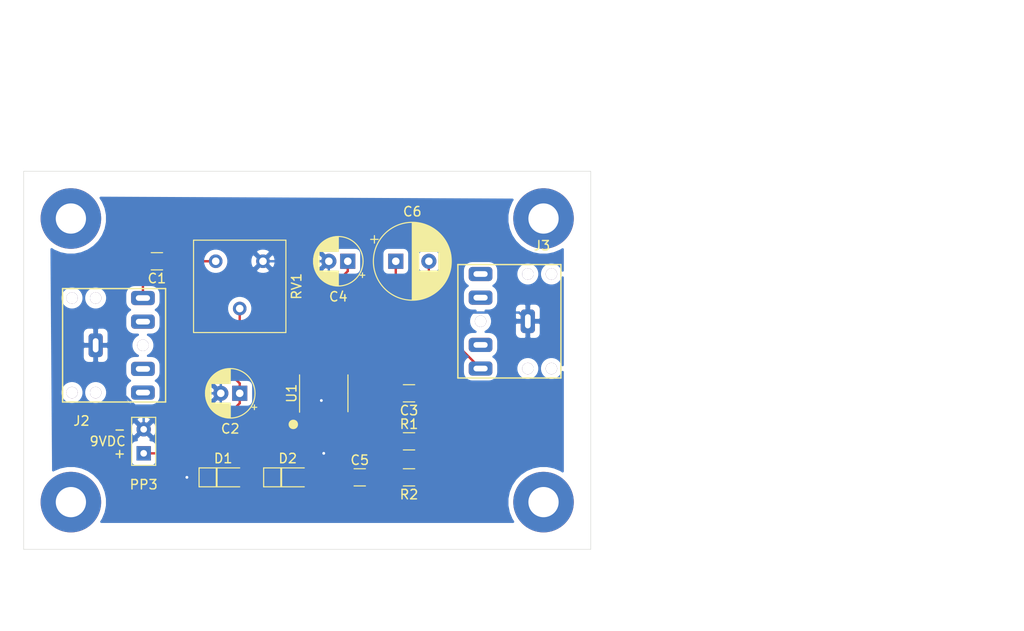
<source format=kicad_pcb>
(kicad_pcb (version 20171130) (host pcbnew "(5.1.5-0-10_14)")

  (general
    (thickness 1.6)
    (drawings 12)
    (tracks 83)
    (zones 0)
    (modules 19)
    (nets 12)
  )

  (page A4)
  (title_block
    (title "LM386 Amplifier with Bass Boost")
    (date 2019-12-02)
    (rev 1.0)
    (comment 1 "Paul Beglin")
    (comment 2 5CCS2PL2)
    (comment 3 k1889054)
    (comment 4 k1889054_A2000_01)
  )

  (layers
    (0 F.Cu signal)
    (31 B.Cu signal)
    (32 B.Adhes user)
    (33 F.Adhes user)
    (34 B.Paste user)
    (35 F.Paste user)
    (36 B.SilkS user)
    (37 F.SilkS user)
    (38 B.Mask user)
    (39 F.Mask user)
    (40 Dwgs.User user)
    (41 Cmts.User user)
    (42 Eco1.User user)
    (43 Eco2.User user)
    (44 Edge.Cuts user)
    (45 Margin user)
    (46 B.CrtYd user hide)
    (47 F.CrtYd user hide)
    (48 B.Fab user hide)
    (49 F.Fab user hide)
  )

  (setup
    (last_trace_width 0.25)
    (user_trace_width 0.254)
    (user_trace_width 0.508)
    (user_trace_width 0.762)
    (trace_clearance 0.2)
    (zone_clearance 0.508)
    (zone_45_only no)
    (trace_min 0.2)
    (via_size 0.6)
    (via_drill 0.3)
    (via_min_size 0.4)
    (via_min_drill 0.3)
    (user_via 0.6 0.3)
    (uvia_size 0.3)
    (uvia_drill 0.1)
    (uvias_allowed no)
    (uvia_min_size 0.2)
    (uvia_min_drill 0.1)
    (edge_width 0.05)
    (segment_width 0.2)
    (pcb_text_width 0.3)
    (pcb_text_size 1.5 1.5)
    (mod_edge_width 0.12)
    (mod_text_size 1 1)
    (mod_text_width 0.15)
    (pad_size 1.95 0.6)
    (pad_drill 0)
    (pad_to_mask_clearance 0.051)
    (solder_mask_min_width 0.25)
    (aux_axis_origin 100 120)
    (grid_origin 100 120)
    (visible_elements 7FFFFFFF)
    (pcbplotparams
      (layerselection 0x2b3e0_ffffffff)
      (usegerberextensions false)
      (usegerberattributes false)
      (usegerberadvancedattributes false)
      (creategerberjobfile false)
      (excludeedgelayer true)
      (linewidth 0.100000)
      (plotframeref false)
      (viasonmask false)
      (mode 1)
      (useauxorigin false)
      (hpglpennumber 1)
      (hpglpenspeed 20)
      (hpglpendiameter 15.000000)
      (psnegative false)
      (psa4output false)
      (plotreference true)
      (plotvalue true)
      (plotinvisibletext false)
      (padsonsilk false)
      (subtractmaskfromsilk false)
      (outputformat 1)
      (mirror false)
      (drillshape 0)
      (scaleselection 1)
      (outputdirectory ""))
  )

  (net 0 "")
  (net 1 "Net-(C1-Pad2)")
  (net 2 "Net-(C1-Pad1)")
  (net 3 GND)
  (net 4 +9V)
  (net 5 "Net-(C3-Pad2)")
  (net 6 "Net-(C3-Pad1)")
  (net 7 "Net-(C4-Pad1)")
  (net 8 "Net-(C5-Pad2)")
  (net 9 "Net-(C6-Pad2)")
  (net 10 "Net-(C6-Pad1)")
  (net 11 "Net-(D1-Pad2)")

  (net_class Default "This is the default net class."
    (clearance 0.2)
    (trace_width 0.25)
    (via_dia 0.6)
    (via_drill 0.3)
    (uvia_dia 0.3)
    (uvia_drill 0.1)
    (add_net +9V)
    (add_net GND)
    (add_net "Net-(C1-Pad1)")
    (add_net "Net-(C1-Pad2)")
    (add_net "Net-(C3-Pad1)")
    (add_net "Net-(C3-Pad2)")
    (add_net "Net-(C4-Pad1)")
    (add_net "Net-(C5-Pad2)")
    (add_net "Net-(C6-Pad1)")
    (add_net "Net-(C6-Pad2)")
    (add_net "Net-(D1-Pad2)")
  )

  (module LM386_Amplifier_1:SOIC-8_3.9x4.9mm_P1.27mm (layer F.Cu) (tedit 5DC960CC) (tstamp 5E42FD4C)
    (at 131.75 103.49 90)
    (descr "SOIC, 8 Pin (JEDEC MS-012AA, https://www.analog.com/media/en/package-pcb-resources/package/pkg_pdf/soic_narrow-r/r_8.pdf), generated with kicad-footprint-generator ipc_gullwing_generator.py")
    (tags "SOIC SO")
    (path /5E434235)
    (attr smd)
    (fp_text reference U1 (at 0 -3.4 90) (layer F.SilkS)
      (effects (font (size 1 1) (thickness 0.15)))
    )
    (fp_text value LM386 (at 0 3.4 90) (layer F.Fab)
      (effects (font (size 1 1) (thickness 0.15)))
    )
    (fp_circle (center -3.29 -3.22) (end -3.04 -3.22) (layer F.SilkS) (width 0.5))
    (fp_line (start 0 2.56) (end 1.95 2.56) (layer F.SilkS) (width 0.12))
    (fp_line (start 0 2.56) (end -1.95 2.56) (layer F.SilkS) (width 0.12))
    (fp_line (start -2 -2.56) (end 1.95 -2.56) (layer F.SilkS) (width 0.12))
    (fp_line (start -0.975 -2.45) (end 1.95 -2.45) (layer F.Fab) (width 0.1))
    (fp_line (start 1.95 -2.45) (end 1.95 2.45) (layer F.Fab) (width 0.1))
    (fp_line (start 1.95 2.45) (end -1.95 2.45) (layer F.Fab) (width 0.1))
    (fp_line (start -1.95 2.45) (end -1.95 -1.475) (layer F.Fab) (width 0.1))
    (fp_line (start -1.95 -1.475) (end -0.975 -2.45) (layer F.Fab) (width 0.1))
    (fp_line (start -3.7 -2.7) (end -3.7 2.7) (layer F.CrtYd) (width 0.05))
    (fp_line (start -3.7 2.7) (end 3.7 2.7) (layer F.CrtYd) (width 0.05))
    (fp_line (start 3.7 2.7) (end 3.7 -2.7) (layer F.CrtYd) (width 0.05))
    (fp_line (start 3.7 -2.7) (end -3.7 -2.7) (layer F.CrtYd) (width 0.05))
    (fp_text user %R (at 0 0 90) (layer F.Fab)
      (effects (font (size 0.98 0.98) (thickness 0.15)))
    )
    (pad 1 smd roundrect (at -2.475 -1.905 90) (size 1.95 0.6) (layers F.Cu F.Paste F.Mask) (roundrect_rratio 0.25)
      (net 5 "Net-(C3-Pad2)"))
    (pad 2 smd roundrect (at -2.475 -0.635 90) (size 1.95 0.6) (layers F.Cu F.Paste F.Mask) (roundrect_rratio 0.25)
      (net 3 GND))
    (pad 3 smd roundrect (at -2.475 0.635 90) (size 1.95 0.6) (layers F.Cu F.Paste F.Mask) (roundrect_rratio 0.25)
      (net 11 "Net-(D1-Pad2)"))
    (pad 4 smd roundrect (at -2.475 1.905 90) (size 1.95 0.6) (layers F.Cu F.Paste F.Mask) (roundrect_rratio 0.25)
      (net 3 GND))
    (pad 5 smd roundrect (at 2.475 1.905 90) (size 1.95 0.6) (layers F.Cu F.Paste F.Mask) (roundrect_rratio 0.25)
      (net 10 "Net-(C6-Pad1)"))
    (pad 6 smd roundrect (at 2.475 0.635 90) (size 1.95 0.6) (layers F.Cu F.Paste F.Mask) (roundrect_rratio 0.25)
      (net 4 +9V))
    (pad 7 smd roundrect (at 2.475 -0.635 90) (size 1.95 0.6) (layers F.Cu F.Paste F.Mask) (roundrect_rratio 0.25)
      (net 7 "Net-(C4-Pad1)"))
    (pad 8 smd roundrect (at 2.475 -1.905 90) (size 1.95 0.6) (layers F.Cu F.Paste F.Mask) (roundrect_rratio 0.25))
    (model ${KISYS3DMOD}/Package_SO.3dshapes/SOIC-8_3.9x4.9mm_P1.27mm.wrl
      (at (xyz 0 0 0))
      (scale (xyz 1 1 1))
      (rotate (xyz 0 0 0))
    )
  )

  (module LM386_Amplifier_1:StereoJack_3.5mm_Switched (layer F.Cu) (tedit 5DF3419F) (tstamp 5E42FCD1)
    (at 107.62 98.41)
    (descr https://www.reichelt.de/index.html?ACTION=7&LA=3&OPEN=0&INDEX=0&FILENAME=C160%252FKB3SPRS.pdf)
    (tags "Mono Audio Jack")
    (path /5E48C599)
    (fp_text reference J2 (at -1.5 8) (layer F.SilkS)
      (effects (font (size 1 1) (thickness 0.15)))
    )
    (fp_text value AudioJack_Stereo_Switched (at 0.5 -7.5) (layer F.Fab)
      (effects (font (size 1 1) (thickness 0.15)))
    )
    (fp_line (start -3.5052 5.9944) (end -3.4798 -5.9944) (layer F.Fab) (width 0.12))
    (fp_line (start 7.3914 5.9944) (end -3.5052 5.9944) (layer F.Fab) (width 0.12))
    (fp_line (start 7.3914 -5.9944) (end 7.3914 5.9944) (layer F.Fab) (width 0.12))
    (fp_line (start -3.4798 -5.9944) (end 7.3914 -5.9944) (layer F.Fab) (width 0.12))
    (fp_line (start -3.5052 5.9944) (end -3.4798 -5.969) (layer F.CrtYd) (width 0.12))
    (fp_line (start 7.4422 6.0198) (end -3.5052 5.9944) (layer F.CrtYd) (width 0.12))
    (fp_line (start 7.3914 -5.9944) (end 7.4422 6.0198) (layer F.CrtYd) (width 0.12))
    (fp_line (start -3.4798 -5.9944) (end 7.3914 -5.9944) (layer F.CrtYd) (width 0.12))
    (fp_text user %R (at -2 0 90) (layer F.Fab)
      (effects (font (size 1 1) (thickness 0.15)))
    )
    (fp_line (start -3.5 6) (end 7.4 6) (layer F.SilkS) (width 0.15))
    (fp_line (start -3.5 -6) (end 7.4 -6) (layer F.SilkS) (width 0.15))
    (fp_line (start 7.4 -6) (end 7.4 6) (layer F.SilkS) (width 0.15))
    (fp_line (start -3.5 6) (end -3.5 -6) (layer F.SilkS) (width 0.15))
    (pad 6 thru_hole circle (at 0 5) (size 1.2 1.2) (drill 1.2) (layers *.Cu *.Mask))
    (pad 6 thru_hole circle (at -2.5 5) (size 1.2 1.2) (drill 1.2) (layers *.Cu *.Mask))
    (pad 6 thru_hole circle (at 5 0) (size 1.2 1.2) (drill 1.2) (layers *.Cu *.Mask))
    (pad 6 thru_hole circle (at 0 -5) (size 1.2 1.2) (drill 1.2) (layers *.Cu *.Mask))
    (pad 6 thru_hole circle (at -2.5 -5) (size 1.2 1.2) (drill 1.2) (layers *.Cu *.Mask))
    (pad 3 thru_hole roundrect (at 5 -2.5) (size 2.5 1.5) (drill oval 1.5 0.6) (layers *.Cu *.Mask) (roundrect_rratio 0.25))
    (pad 2 thru_hole roundrect (at 5 -5) (size 2.5 1.5) (drill oval 1.5 0.6) (layers *.Cu *.Mask) (roundrect_rratio 0.25)
      (net 1 "Net-(C1-Pad2)"))
    (pad 4 thru_hole roundrect (at 5 2.5) (size 2.5 1.5) (drill oval 1.5 0.6) (layers *.Cu *.Mask) (roundrect_rratio 0.25))
    (pad 5 thru_hole roundrect (at 5 5) (size 2.5 1.5) (drill oval 1.5 0.6) (layers *.Cu *.Mask) (roundrect_rratio 0.25))
    (pad 1 thru_hole roundrect (at 0 0 90) (size 2.5 1.5) (drill oval 1.5 0.6) (layers *.Cu *.Mask) (roundrect_rratio 0.25)
      (net 3 GND))
    (model ${KIPRJMOD}/Step/pj-307.step
      (offset (xyz 7.5 6 0.3))
      (scale (xyz 1 1 1))
      (rotate (xyz -90 0 90))
    )
  )

  (module LM386_Amplifier_1:CP_Radial_D8.0mm_P3.50mm (layer F.Cu) (tedit 5AE50EF0) (tstamp 5E42FC4A)
    (at 139.37 89.52)
    (descr "CP, Radial series, Radial, pin pitch=3.50mm, , diameter=8mm, Electrolytic Capacitor")
    (tags "CP Radial series Radial pin pitch 3.50mm  diameter 8mm Electrolytic Capacitor")
    (path /5DC5E0D8)
    (fp_text reference C6 (at 1.75 -5.25) (layer F.SilkS)
      (effects (font (size 1 1) (thickness 0.15)))
    )
    (fp_text value "470u 16V" (at 1.75 5.25) (layer F.Fab)
      (effects (font (size 1 1) (thickness 0.15)))
    )
    (fp_text user %R (at 1.75 0) (layer F.Fab)
      (effects (font (size 1 1) (thickness 0.15)))
    )
    (fp_line (start -2.259698 -2.715) (end -2.259698 -1.915) (layer F.SilkS) (width 0.12))
    (fp_line (start -2.659698 -2.315) (end -1.859698 -2.315) (layer F.SilkS) (width 0.12))
    (fp_line (start 5.831 -0.533) (end 5.831 0.533) (layer F.SilkS) (width 0.12))
    (fp_line (start 5.791 -0.768) (end 5.791 0.768) (layer F.SilkS) (width 0.12))
    (fp_line (start 5.751 -0.948) (end 5.751 0.948) (layer F.SilkS) (width 0.12))
    (fp_line (start 5.711 -1.098) (end 5.711 1.098) (layer F.SilkS) (width 0.12))
    (fp_line (start 5.671 -1.229) (end 5.671 1.229) (layer F.SilkS) (width 0.12))
    (fp_line (start 5.631 -1.346) (end 5.631 1.346) (layer F.SilkS) (width 0.12))
    (fp_line (start 5.591 -1.453) (end 5.591 1.453) (layer F.SilkS) (width 0.12))
    (fp_line (start 5.551 -1.552) (end 5.551 1.552) (layer F.SilkS) (width 0.12))
    (fp_line (start 5.511 -1.645) (end 5.511 1.645) (layer F.SilkS) (width 0.12))
    (fp_line (start 5.471 -1.731) (end 5.471 1.731) (layer F.SilkS) (width 0.12))
    (fp_line (start 5.431 -1.813) (end 5.431 1.813) (layer F.SilkS) (width 0.12))
    (fp_line (start 5.391 -1.89) (end 5.391 1.89) (layer F.SilkS) (width 0.12))
    (fp_line (start 5.351 -1.964) (end 5.351 1.964) (layer F.SilkS) (width 0.12))
    (fp_line (start 5.311 -2.034) (end 5.311 2.034) (layer F.SilkS) (width 0.12))
    (fp_line (start 5.271 -2.102) (end 5.271 2.102) (layer F.SilkS) (width 0.12))
    (fp_line (start 5.231 -2.166) (end 5.231 2.166) (layer F.SilkS) (width 0.12))
    (fp_line (start 5.191 -2.228) (end 5.191 2.228) (layer F.SilkS) (width 0.12))
    (fp_line (start 5.151 -2.287) (end 5.151 2.287) (layer F.SilkS) (width 0.12))
    (fp_line (start 5.111 -2.345) (end 5.111 2.345) (layer F.SilkS) (width 0.12))
    (fp_line (start 5.071 -2.4) (end 5.071 2.4) (layer F.SilkS) (width 0.12))
    (fp_line (start 5.031 -2.454) (end 5.031 2.454) (layer F.SilkS) (width 0.12))
    (fp_line (start 4.991 -2.505) (end 4.991 2.505) (layer F.SilkS) (width 0.12))
    (fp_line (start 4.951 -2.556) (end 4.951 2.556) (layer F.SilkS) (width 0.12))
    (fp_line (start 4.911 -2.604) (end 4.911 2.604) (layer F.SilkS) (width 0.12))
    (fp_line (start 4.871 -2.651) (end 4.871 2.651) (layer F.SilkS) (width 0.12))
    (fp_line (start 4.831 -2.697) (end 4.831 2.697) (layer F.SilkS) (width 0.12))
    (fp_line (start 4.791 -2.741) (end 4.791 2.741) (layer F.SilkS) (width 0.12))
    (fp_line (start 4.751 -2.784) (end 4.751 2.784) (layer F.SilkS) (width 0.12))
    (fp_line (start 4.711 -2.826) (end 4.711 2.826) (layer F.SilkS) (width 0.12))
    (fp_line (start 4.671 -2.867) (end 4.671 2.867) (layer F.SilkS) (width 0.12))
    (fp_line (start 4.631 -2.907) (end 4.631 2.907) (layer F.SilkS) (width 0.12))
    (fp_line (start 4.591 -2.945) (end 4.591 2.945) (layer F.SilkS) (width 0.12))
    (fp_line (start 4.551 -2.983) (end 4.551 2.983) (layer F.SilkS) (width 0.12))
    (fp_line (start 4.511 1.04) (end 4.511 3.019) (layer F.SilkS) (width 0.12))
    (fp_line (start 4.511 -3.019) (end 4.511 -1.04) (layer F.SilkS) (width 0.12))
    (fp_line (start 4.471 1.04) (end 4.471 3.055) (layer F.SilkS) (width 0.12))
    (fp_line (start 4.471 -3.055) (end 4.471 -1.04) (layer F.SilkS) (width 0.12))
    (fp_line (start 4.431 1.04) (end 4.431 3.09) (layer F.SilkS) (width 0.12))
    (fp_line (start 4.431 -3.09) (end 4.431 -1.04) (layer F.SilkS) (width 0.12))
    (fp_line (start 4.391 1.04) (end 4.391 3.124) (layer F.SilkS) (width 0.12))
    (fp_line (start 4.391 -3.124) (end 4.391 -1.04) (layer F.SilkS) (width 0.12))
    (fp_line (start 4.351 1.04) (end 4.351 3.156) (layer F.SilkS) (width 0.12))
    (fp_line (start 4.351 -3.156) (end 4.351 -1.04) (layer F.SilkS) (width 0.12))
    (fp_line (start 4.311 1.04) (end 4.311 3.189) (layer F.SilkS) (width 0.12))
    (fp_line (start 4.311 -3.189) (end 4.311 -1.04) (layer F.SilkS) (width 0.12))
    (fp_line (start 4.271 1.04) (end 4.271 3.22) (layer F.SilkS) (width 0.12))
    (fp_line (start 4.271 -3.22) (end 4.271 -1.04) (layer F.SilkS) (width 0.12))
    (fp_line (start 4.231 1.04) (end 4.231 3.25) (layer F.SilkS) (width 0.12))
    (fp_line (start 4.231 -3.25) (end 4.231 -1.04) (layer F.SilkS) (width 0.12))
    (fp_line (start 4.191 1.04) (end 4.191 3.28) (layer F.SilkS) (width 0.12))
    (fp_line (start 4.191 -3.28) (end 4.191 -1.04) (layer F.SilkS) (width 0.12))
    (fp_line (start 4.151 1.04) (end 4.151 3.309) (layer F.SilkS) (width 0.12))
    (fp_line (start 4.151 -3.309) (end 4.151 -1.04) (layer F.SilkS) (width 0.12))
    (fp_line (start 4.111 1.04) (end 4.111 3.338) (layer F.SilkS) (width 0.12))
    (fp_line (start 4.111 -3.338) (end 4.111 -1.04) (layer F.SilkS) (width 0.12))
    (fp_line (start 4.071 1.04) (end 4.071 3.365) (layer F.SilkS) (width 0.12))
    (fp_line (start 4.071 -3.365) (end 4.071 -1.04) (layer F.SilkS) (width 0.12))
    (fp_line (start 4.031 1.04) (end 4.031 3.392) (layer F.SilkS) (width 0.12))
    (fp_line (start 4.031 -3.392) (end 4.031 -1.04) (layer F.SilkS) (width 0.12))
    (fp_line (start 3.991 1.04) (end 3.991 3.418) (layer F.SilkS) (width 0.12))
    (fp_line (start 3.991 -3.418) (end 3.991 -1.04) (layer F.SilkS) (width 0.12))
    (fp_line (start 3.951 1.04) (end 3.951 3.444) (layer F.SilkS) (width 0.12))
    (fp_line (start 3.951 -3.444) (end 3.951 -1.04) (layer F.SilkS) (width 0.12))
    (fp_line (start 3.911 1.04) (end 3.911 3.469) (layer F.SilkS) (width 0.12))
    (fp_line (start 3.911 -3.469) (end 3.911 -1.04) (layer F.SilkS) (width 0.12))
    (fp_line (start 3.871 1.04) (end 3.871 3.493) (layer F.SilkS) (width 0.12))
    (fp_line (start 3.871 -3.493) (end 3.871 -1.04) (layer F.SilkS) (width 0.12))
    (fp_line (start 3.831 1.04) (end 3.831 3.517) (layer F.SilkS) (width 0.12))
    (fp_line (start 3.831 -3.517) (end 3.831 -1.04) (layer F.SilkS) (width 0.12))
    (fp_line (start 3.791 1.04) (end 3.791 3.54) (layer F.SilkS) (width 0.12))
    (fp_line (start 3.791 -3.54) (end 3.791 -1.04) (layer F.SilkS) (width 0.12))
    (fp_line (start 3.751 1.04) (end 3.751 3.562) (layer F.SilkS) (width 0.12))
    (fp_line (start 3.751 -3.562) (end 3.751 -1.04) (layer F.SilkS) (width 0.12))
    (fp_line (start 3.711 1.04) (end 3.711 3.584) (layer F.SilkS) (width 0.12))
    (fp_line (start 3.711 -3.584) (end 3.711 -1.04) (layer F.SilkS) (width 0.12))
    (fp_line (start 3.671 1.04) (end 3.671 3.606) (layer F.SilkS) (width 0.12))
    (fp_line (start 3.671 -3.606) (end 3.671 -1.04) (layer F.SilkS) (width 0.12))
    (fp_line (start 3.631 1.04) (end 3.631 3.627) (layer F.SilkS) (width 0.12))
    (fp_line (start 3.631 -3.627) (end 3.631 -1.04) (layer F.SilkS) (width 0.12))
    (fp_line (start 3.591 1.04) (end 3.591 3.647) (layer F.SilkS) (width 0.12))
    (fp_line (start 3.591 -3.647) (end 3.591 -1.04) (layer F.SilkS) (width 0.12))
    (fp_line (start 3.551 1.04) (end 3.551 3.666) (layer F.SilkS) (width 0.12))
    (fp_line (start 3.551 -3.666) (end 3.551 -1.04) (layer F.SilkS) (width 0.12))
    (fp_line (start 3.511 1.04) (end 3.511 3.686) (layer F.SilkS) (width 0.12))
    (fp_line (start 3.511 -3.686) (end 3.511 -1.04) (layer F.SilkS) (width 0.12))
    (fp_line (start 3.471 1.04) (end 3.471 3.704) (layer F.SilkS) (width 0.12))
    (fp_line (start 3.471 -3.704) (end 3.471 -1.04) (layer F.SilkS) (width 0.12))
    (fp_line (start 3.431 1.04) (end 3.431 3.722) (layer F.SilkS) (width 0.12))
    (fp_line (start 3.431 -3.722) (end 3.431 -1.04) (layer F.SilkS) (width 0.12))
    (fp_line (start 3.391 1.04) (end 3.391 3.74) (layer F.SilkS) (width 0.12))
    (fp_line (start 3.391 -3.74) (end 3.391 -1.04) (layer F.SilkS) (width 0.12))
    (fp_line (start 3.351 1.04) (end 3.351 3.757) (layer F.SilkS) (width 0.12))
    (fp_line (start 3.351 -3.757) (end 3.351 -1.04) (layer F.SilkS) (width 0.12))
    (fp_line (start 3.311 1.04) (end 3.311 3.774) (layer F.SilkS) (width 0.12))
    (fp_line (start 3.311 -3.774) (end 3.311 -1.04) (layer F.SilkS) (width 0.12))
    (fp_line (start 3.271 1.04) (end 3.271 3.79) (layer F.SilkS) (width 0.12))
    (fp_line (start 3.271 -3.79) (end 3.271 -1.04) (layer F.SilkS) (width 0.12))
    (fp_line (start 3.231 1.04) (end 3.231 3.805) (layer F.SilkS) (width 0.12))
    (fp_line (start 3.231 -3.805) (end 3.231 -1.04) (layer F.SilkS) (width 0.12))
    (fp_line (start 3.191 1.04) (end 3.191 3.821) (layer F.SilkS) (width 0.12))
    (fp_line (start 3.191 -3.821) (end 3.191 -1.04) (layer F.SilkS) (width 0.12))
    (fp_line (start 3.151 1.04) (end 3.151 3.835) (layer F.SilkS) (width 0.12))
    (fp_line (start 3.151 -3.835) (end 3.151 -1.04) (layer F.SilkS) (width 0.12))
    (fp_line (start 3.111 1.04) (end 3.111 3.85) (layer F.SilkS) (width 0.12))
    (fp_line (start 3.111 -3.85) (end 3.111 -1.04) (layer F.SilkS) (width 0.12))
    (fp_line (start 3.071 1.04) (end 3.071 3.863) (layer F.SilkS) (width 0.12))
    (fp_line (start 3.071 -3.863) (end 3.071 -1.04) (layer F.SilkS) (width 0.12))
    (fp_line (start 3.031 1.04) (end 3.031 3.877) (layer F.SilkS) (width 0.12))
    (fp_line (start 3.031 -3.877) (end 3.031 -1.04) (layer F.SilkS) (width 0.12))
    (fp_line (start 2.991 1.04) (end 2.991 3.889) (layer F.SilkS) (width 0.12))
    (fp_line (start 2.991 -3.889) (end 2.991 -1.04) (layer F.SilkS) (width 0.12))
    (fp_line (start 2.951 1.04) (end 2.951 3.902) (layer F.SilkS) (width 0.12))
    (fp_line (start 2.951 -3.902) (end 2.951 -1.04) (layer F.SilkS) (width 0.12))
    (fp_line (start 2.911 1.04) (end 2.911 3.914) (layer F.SilkS) (width 0.12))
    (fp_line (start 2.911 -3.914) (end 2.911 -1.04) (layer F.SilkS) (width 0.12))
    (fp_line (start 2.871 1.04) (end 2.871 3.925) (layer F.SilkS) (width 0.12))
    (fp_line (start 2.871 -3.925) (end 2.871 -1.04) (layer F.SilkS) (width 0.12))
    (fp_line (start 2.831 1.04) (end 2.831 3.936) (layer F.SilkS) (width 0.12))
    (fp_line (start 2.831 -3.936) (end 2.831 -1.04) (layer F.SilkS) (width 0.12))
    (fp_line (start 2.791 1.04) (end 2.791 3.947) (layer F.SilkS) (width 0.12))
    (fp_line (start 2.791 -3.947) (end 2.791 -1.04) (layer F.SilkS) (width 0.12))
    (fp_line (start 2.751 1.04) (end 2.751 3.957) (layer F.SilkS) (width 0.12))
    (fp_line (start 2.751 -3.957) (end 2.751 -1.04) (layer F.SilkS) (width 0.12))
    (fp_line (start 2.711 1.04) (end 2.711 3.967) (layer F.SilkS) (width 0.12))
    (fp_line (start 2.711 -3.967) (end 2.711 -1.04) (layer F.SilkS) (width 0.12))
    (fp_line (start 2.671 1.04) (end 2.671 3.976) (layer F.SilkS) (width 0.12))
    (fp_line (start 2.671 -3.976) (end 2.671 -1.04) (layer F.SilkS) (width 0.12))
    (fp_line (start 2.631 1.04) (end 2.631 3.985) (layer F.SilkS) (width 0.12))
    (fp_line (start 2.631 -3.985) (end 2.631 -1.04) (layer F.SilkS) (width 0.12))
    (fp_line (start 2.591 1.04) (end 2.591 3.994) (layer F.SilkS) (width 0.12))
    (fp_line (start 2.591 -3.994) (end 2.591 -1.04) (layer F.SilkS) (width 0.12))
    (fp_line (start 2.551 1.04) (end 2.551 4.002) (layer F.SilkS) (width 0.12))
    (fp_line (start 2.551 -4.002) (end 2.551 -1.04) (layer F.SilkS) (width 0.12))
    (fp_line (start 2.511 1.04) (end 2.511 4.01) (layer F.SilkS) (width 0.12))
    (fp_line (start 2.511 -4.01) (end 2.511 -1.04) (layer F.SilkS) (width 0.12))
    (fp_line (start 2.471 1.04) (end 2.471 4.017) (layer F.SilkS) (width 0.12))
    (fp_line (start 2.471 -4.017) (end 2.471 -1.04) (layer F.SilkS) (width 0.12))
    (fp_line (start 2.43 -4.024) (end 2.43 4.024) (layer F.SilkS) (width 0.12))
    (fp_line (start 2.39 -4.03) (end 2.39 4.03) (layer F.SilkS) (width 0.12))
    (fp_line (start 2.35 -4.037) (end 2.35 4.037) (layer F.SilkS) (width 0.12))
    (fp_line (start 2.31 -4.042) (end 2.31 4.042) (layer F.SilkS) (width 0.12))
    (fp_line (start 2.27 -4.048) (end 2.27 4.048) (layer F.SilkS) (width 0.12))
    (fp_line (start 2.23 -4.052) (end 2.23 4.052) (layer F.SilkS) (width 0.12))
    (fp_line (start 2.19 -4.057) (end 2.19 4.057) (layer F.SilkS) (width 0.12))
    (fp_line (start 2.15 -4.061) (end 2.15 4.061) (layer F.SilkS) (width 0.12))
    (fp_line (start 2.11 -4.065) (end 2.11 4.065) (layer F.SilkS) (width 0.12))
    (fp_line (start 2.07 -4.068) (end 2.07 4.068) (layer F.SilkS) (width 0.12))
    (fp_line (start 2.03 -4.071) (end 2.03 4.071) (layer F.SilkS) (width 0.12))
    (fp_line (start 1.99 -4.074) (end 1.99 4.074) (layer F.SilkS) (width 0.12))
    (fp_line (start 1.95 -4.076) (end 1.95 4.076) (layer F.SilkS) (width 0.12))
    (fp_line (start 1.91 -4.077) (end 1.91 4.077) (layer F.SilkS) (width 0.12))
    (fp_line (start 1.87 -4.079) (end 1.87 4.079) (layer F.SilkS) (width 0.12))
    (fp_line (start 1.83 -4.08) (end 1.83 4.08) (layer F.SilkS) (width 0.12))
    (fp_line (start 1.79 -4.08) (end 1.79 4.08) (layer F.SilkS) (width 0.12))
    (fp_line (start 1.75 -4.08) (end 1.75 4.08) (layer F.SilkS) (width 0.12))
    (fp_line (start -1.276759 -2.1475) (end -1.276759 -1.3475) (layer F.Fab) (width 0.1))
    (fp_line (start -1.676759 -1.7475) (end -0.876759 -1.7475) (layer F.Fab) (width 0.1))
    (fp_circle (center 1.75 0) (end 6 0) (layer F.CrtYd) (width 0.05))
    (fp_circle (center 1.75 0) (end 5.87 0) (layer F.SilkS) (width 0.12))
    (fp_circle (center 1.75 0) (end 5.75 0) (layer F.Fab) (width 0.1))
    (pad 2 thru_hole circle (at 3.5 0) (size 1.6 1.6) (drill 0.8) (layers *.Cu *.Mask)
      (net 9 "Net-(C6-Pad2)"))
    (pad 1 thru_hole rect (at 0 0) (size 1.6 1.6) (drill 0.8) (layers *.Cu *.Mask)
      (net 10 "Net-(C6-Pad1)"))
    (model ${KISYS3DMOD}/Capacitor_THT.3dshapes/CP_Radial_D8.0mm_P3.50mm.wrl
      (at (xyz 0 0 0))
      (scale (xyz 1 1 1))
      (rotate (xyz 0 0 0))
    )
  )

  (module LM386_Amplifier_1:Potentiometer_3386F_Vertical (layer F.Cu) (tedit 5DE67CF5) (tstamp 5E42FD32)
    (at 120.32 89.52 270)
    (descr Potentiometer_3386F_Vertical)
    (tags Potentiometer_3386F_Vertical)
    (path /5E466C20)
    (fp_text reference RV1 (at 2.655 -8.555 90) (layer F.SilkS)
      (effects (font (size 1 1) (thickness 0.15)))
    )
    (fp_text value 10k (at 2.655 3.475 90) (layer F.Fab)
      (effects (font (size 1 1) (thickness 0.15)))
    )
    (fp_circle (center 1.781 -2.54) (end 3.356 -2.54) (layer F.Fab) (width 0.1))
    (fp_line (start -2.11 -7.305) (end -2.11 2.225) (layer F.Fab) (width 0.1))
    (fp_line (start -2.11 2.225) (end 7.42 2.225) (layer F.Fab) (width 0.1))
    (fp_line (start 7.42 2.225) (end 7.42 -7.305) (layer F.Fab) (width 0.1))
    (fp_line (start 7.42 -7.305) (end -2.11 -7.305) (layer F.Fab) (width 0.1))
    (fp_line (start 1.781 -0.98) (end 1.781 -4.099) (layer F.Fab) (width 0.1))
    (fp_line (start 1.781 -0.98) (end 1.781 -4.099) (layer F.Fab) (width 0.1))
    (fp_line (start -2.23 -7.425) (end 7.54 -7.425) (layer F.SilkS) (width 0.12))
    (fp_line (start -2.23 2.345) (end 7.54 2.345) (layer F.SilkS) (width 0.12))
    (fp_line (start -2.23 -7.425) (end -2.23 2.345) (layer F.SilkS) (width 0.12))
    (fp_line (start 7.54 -7.425) (end 7.54 2.345) (layer F.SilkS) (width 0.12))
    (fp_line (start -2.36 -7.56) (end -2.36 2.48) (layer F.CrtYd) (width 0.05))
    (fp_line (start -2.36 2.48) (end 7.67 2.48) (layer F.CrtYd) (width 0.05))
    (fp_line (start 7.67 2.48) (end 7.67 -7.56) (layer F.CrtYd) (width 0.05))
    (fp_line (start 7.67 -7.56) (end -2.36 -7.56) (layer F.CrtYd) (width 0.05))
    (fp_text user %R (at -1.11 -2.54) (layer F.Fab)
      (effects (font (size 1 1) (thickness 0.15)))
    )
    (pad 3 thru_hole circle (at 0 -5 270) (size 1.44 1.44) (drill 0.8) (layers *.Cu *.Mask)
      (net 3 GND))
    (pad 2 thru_hole circle (at 5 -2.54 270) (size 1.44 1.44) (drill 0.8) (layers *.Cu *.Mask)
      (net 11 "Net-(D1-Pad2)"))
    (pad 1 thru_hole circle (at 0 0 270) (size 1.44 1.44) (drill 0.8) (layers *.Cu *.Mask)
      (net 2 "Net-(C1-Pad1)"))
    (model "${KIPRJMOD}/Step/User Library-3386F(T)-214.STEP"
      (offset (xyz 1.5 2.5 5))
      (scale (xyz 1 1 1))
      (rotate (xyz 0 -180 180))
    )
  )

  (module LM386_Amplifier_1:R_1206_3216Metric (layer F.Cu) (tedit 5B301BBD) (tstamp 5E42FD1B)
    (at 140.77 112.38 180)
    (descr "Resistor SMD 1206 (3216 Metric), square (rectangular) end terminal, IPC_7351 nominal, (Body size source: http://www.tortai-tech.com/upload/download/2011102023233369053.pdf), generated with kicad-footprint-generator")
    (tags resistor)
    (path /5DC5EC4B)
    (attr smd)
    (fp_text reference R2 (at 0 -1.82) (layer F.SilkS)
      (effects (font (size 1 1) (thickness 0.15)))
    )
    (fp_text value "10R 1206" (at 0 1.82) (layer F.Fab)
      (effects (font (size 1 1) (thickness 0.15)))
    )
    (fp_text user %R (at 0 0) (layer F.Fab)
      (effects (font (size 0.8 0.8) (thickness 0.12)))
    )
    (fp_line (start 2.28 1.12) (end -2.28 1.12) (layer F.CrtYd) (width 0.05))
    (fp_line (start 2.28 -1.12) (end 2.28 1.12) (layer F.CrtYd) (width 0.05))
    (fp_line (start -2.28 -1.12) (end 2.28 -1.12) (layer F.CrtYd) (width 0.05))
    (fp_line (start -2.28 1.12) (end -2.28 -1.12) (layer F.CrtYd) (width 0.05))
    (fp_line (start -0.602064 0.91) (end 0.602064 0.91) (layer F.SilkS) (width 0.12))
    (fp_line (start -0.602064 -0.91) (end 0.602064 -0.91) (layer F.SilkS) (width 0.12))
    (fp_line (start 1.6 0.8) (end -1.6 0.8) (layer F.Fab) (width 0.1))
    (fp_line (start 1.6 -0.8) (end 1.6 0.8) (layer F.Fab) (width 0.1))
    (fp_line (start -1.6 -0.8) (end 1.6 -0.8) (layer F.Fab) (width 0.1))
    (fp_line (start -1.6 0.8) (end -1.6 -0.8) (layer F.Fab) (width 0.1))
    (pad 2 smd roundrect (at 1.4 0 180) (size 1.25 1.75) (layers F.Cu F.Paste F.Mask) (roundrect_rratio 0.2)
      (net 8 "Net-(C5-Pad2)"))
    (pad 1 smd roundrect (at -1.4 0 180) (size 1.25 1.75) (layers F.Cu F.Paste F.Mask) (roundrect_rratio 0.2)
      (net 10 "Net-(C6-Pad1)"))
    (model ${KISYS3DMOD}/Resistor_SMD.3dshapes/R_1206_3216Metric.wrl
      (at (xyz 0 0 0))
      (scale (xyz 1 1 1))
      (rotate (xyz 0 0 0))
    )
  )

  (module LM386_Amplifier_1:R_1206_3216Metric (layer F.Cu) (tedit 5B301BBD) (tstamp 5E42FD0A)
    (at 140.77 108.57)
    (descr "Resistor SMD 1206 (3216 Metric), square (rectangular) end terminal, IPC_7351 nominal, (Body size source: http://www.tortai-tech.com/upload/download/2011102023233369053.pdf), generated with kicad-footprint-generator")
    (tags resistor)
    (path /5DC5B3BD)
    (attr smd)
    (fp_text reference R1 (at 0 -1.82) (layer F.SilkS)
      (effects (font (size 1 1) (thickness 0.15)))
    )
    (fp_text value "10k 1206" (at 0 1.82) (layer F.Fab)
      (effects (font (size 1 1) (thickness 0.15)))
    )
    (fp_text user %R (at 0 0) (layer F.Fab)
      (effects (font (size 0.8 0.8) (thickness 0.12)))
    )
    (fp_line (start 2.28 1.12) (end -2.28 1.12) (layer F.CrtYd) (width 0.05))
    (fp_line (start 2.28 -1.12) (end 2.28 1.12) (layer F.CrtYd) (width 0.05))
    (fp_line (start -2.28 -1.12) (end 2.28 -1.12) (layer F.CrtYd) (width 0.05))
    (fp_line (start -2.28 1.12) (end -2.28 -1.12) (layer F.CrtYd) (width 0.05))
    (fp_line (start -0.602064 0.91) (end 0.602064 0.91) (layer F.SilkS) (width 0.12))
    (fp_line (start -0.602064 -0.91) (end 0.602064 -0.91) (layer F.SilkS) (width 0.12))
    (fp_line (start 1.6 0.8) (end -1.6 0.8) (layer F.Fab) (width 0.1))
    (fp_line (start 1.6 -0.8) (end 1.6 0.8) (layer F.Fab) (width 0.1))
    (fp_line (start -1.6 -0.8) (end 1.6 -0.8) (layer F.Fab) (width 0.1))
    (fp_line (start -1.6 0.8) (end -1.6 -0.8) (layer F.Fab) (width 0.1))
    (pad 2 smd roundrect (at 1.4 0) (size 1.25 1.75) (layers F.Cu F.Paste F.Mask) (roundrect_rratio 0.2)
      (net 6 "Net-(C3-Pad1)"))
    (pad 1 smd roundrect (at -1.4 0) (size 1.25 1.75) (layers F.Cu F.Paste F.Mask) (roundrect_rratio 0.2)
      (net 10 "Net-(C6-Pad1)"))
    (model ${KISYS3DMOD}/Resistor_SMD.3dshapes/R_1206_3216Metric.wrl
      (at (xyz 0 0 0))
      (scale (xyz 1 1 1))
      (rotate (xyz 0 0 0))
    )
  )

  (module LM386_Amplifier_1:PP3 (layer F.Cu) (tedit 5E416424) (tstamp 5E42FCF9)
    (at 112.7 113.65 180)
    (path /5E471340)
    (fp_text reference PP3 (at 0 0.5) (layer F.SilkS)
      (effects (font (size 1 1) (thickness 0.15)))
    )
    (fp_text value PP3_Clip (at 0 -0.5) (layer F.Fab)
      (effects (font (size 1 1) (thickness 0.15)))
    )
    (fp_text user 9VDC (at 3.81 5.08) (layer F.SilkS)
      (effects (font (size 1 1) (thickness 0.15)))
    )
    (fp_text user - (at 2.54 6.35) (layer F.SilkS)
      (effects (font (size 1 1) (thickness 0.15)))
    )
    (fp_text user + (at 2.54 3.81) (layer F.SilkS)
      (effects (font (size 1 1) (thickness 0.15)))
    )
    (fp_line (start -1.27 7.62) (end -1.27 2.54) (layer F.SilkS) (width 0.12))
    (fp_line (start 1.27 7.62) (end -1.27 7.62) (layer F.SilkS) (width 0.12))
    (fp_line (start 1.27 2.54) (end 1.27 7.62) (layer F.SilkS) (width 0.12))
    (fp_line (start -1.27 2.54) (end 1.27 2.54) (layer F.SilkS) (width 0.12))
    (pad 2 thru_hole circle (at 0 6.35 180) (size 1.524 1.524) (drill 0.7) (layers *.Cu *.Mask)
      (net 3 GND))
    (pad 1 thru_hole rect (at 0 3.81 180) (size 1.524 1.524) (drill 0.7) (layers *.Cu *.Mask)
      (net 4 +9V))
  )

  (module LM386_Amplifier_1:StereoJack_3.5mm_Switched (layer F.Cu) (tedit 5DF3419F) (tstamp 5E42FCEC)
    (at 153.34 95.87 180)
    (descr https://www.reichelt.de/index.html?ACTION=7&LA=3&OPEN=0&INDEX=0&FILENAME=C160%252FKB3SPRS.pdf)
    (tags "Mono Audio Jack")
    (path /5DCA273A)
    (fp_text reference J3 (at -1.5 8) (layer F.SilkS)
      (effects (font (size 1 1) (thickness 0.15)))
    )
    (fp_text value AudioJack_Stereo_Switched (at 0.5 -7.5) (layer F.Fab)
      (effects (font (size 1 1) (thickness 0.15)))
    )
    (fp_line (start -3.5052 5.9944) (end -3.4798 -5.9944) (layer F.Fab) (width 0.12))
    (fp_line (start 7.3914 5.9944) (end -3.5052 5.9944) (layer F.Fab) (width 0.12))
    (fp_line (start 7.3914 -5.9944) (end 7.3914 5.9944) (layer F.Fab) (width 0.12))
    (fp_line (start -3.4798 -5.9944) (end 7.3914 -5.9944) (layer F.Fab) (width 0.12))
    (fp_line (start -3.5052 5.9944) (end -3.4798 -5.969) (layer F.CrtYd) (width 0.12))
    (fp_line (start 7.4422 6.0198) (end -3.5052 5.9944) (layer F.CrtYd) (width 0.12))
    (fp_line (start 7.3914 -5.9944) (end 7.4422 6.0198) (layer F.CrtYd) (width 0.12))
    (fp_line (start -3.4798 -5.9944) (end 7.3914 -5.9944) (layer F.CrtYd) (width 0.12))
    (fp_text user %R (at -2 0 90) (layer F.Fab)
      (effects (font (size 1 1) (thickness 0.15)))
    )
    (fp_line (start -3.5 6) (end 7.4 6) (layer F.SilkS) (width 0.15))
    (fp_line (start -3.5 -6) (end 7.4 -6) (layer F.SilkS) (width 0.15))
    (fp_line (start 7.4 -6) (end 7.4 6) (layer F.SilkS) (width 0.15))
    (fp_line (start -3.5 6) (end -3.5 -6) (layer F.SilkS) (width 0.15))
    (pad 6 thru_hole circle (at 0 5 180) (size 1.2 1.2) (drill 1.2) (layers *.Cu *.Mask))
    (pad 6 thru_hole circle (at -2.5 5 180) (size 1.2 1.2) (drill 1.2) (layers *.Cu *.Mask))
    (pad 6 thru_hole circle (at 5 0 180) (size 1.2 1.2) (drill 1.2) (layers *.Cu *.Mask))
    (pad 6 thru_hole circle (at 0 -5 180) (size 1.2 1.2) (drill 1.2) (layers *.Cu *.Mask))
    (pad 6 thru_hole circle (at -2.5 -5 180) (size 1.2 1.2) (drill 1.2) (layers *.Cu *.Mask))
    (pad 3 thru_hole roundrect (at 5 -2.5 180) (size 2.5 1.5) (drill oval 1.5 0.6) (layers *.Cu *.Mask) (roundrect_rratio 0.25))
    (pad 2 thru_hole roundrect (at 5 -5 180) (size 2.5 1.5) (drill oval 1.5 0.6) (layers *.Cu *.Mask) (roundrect_rratio 0.25)
      (net 9 "Net-(C6-Pad2)"))
    (pad 4 thru_hole roundrect (at 5 2.5 180) (size 2.5 1.5) (drill oval 1.5 0.6) (layers *.Cu *.Mask) (roundrect_rratio 0.25))
    (pad 5 thru_hole roundrect (at 5 5 180) (size 2.5 1.5) (drill oval 1.5 0.6) (layers *.Cu *.Mask) (roundrect_rratio 0.25))
    (pad 1 thru_hole roundrect (at 0 0 270) (size 2.5 1.5) (drill oval 1.5 0.6) (layers *.Cu *.Mask) (roundrect_rratio 0.25)
      (net 3 GND))
    (model ${KIPRJMOD}/Step/pj-307.step
      (offset (xyz 7.5 6 0.3))
      (scale (xyz 1 1 1))
      (rotate (xyz -90 0 90))
    )
  )

  (module LM386_Amplifier_1:D_MiniMELF (layer F.Cu) (tedit 5DC97125) (tstamp 5E42FC7E)
    (at 127.94 112.38)
    (descr "Diode Mini-MELF")
    (tags "Diode Mini-MELF")
    (path /5E46037B)
    (attr smd)
    (fp_text reference D2 (at 0 -2) (layer F.SilkS)
      (effects (font (size 1 1) (thickness 0.15)))
    )
    (fp_text value LL4148 (at 0 1.75) (layer F.Fab)
      (effects (font (size 1 1) (thickness 0.15)))
    )
    (fp_line (start -0.69 -0.96) (end -0.69 0.94) (layer F.SilkS) (width 0.2))
    (fp_line (start -2.65 1.1) (end -2.65 -1.1) (layer F.CrtYd) (width 0.05))
    (fp_line (start 2.65 1.1) (end -2.65 1.1) (layer F.CrtYd) (width 0.05))
    (fp_line (start 2.65 -1.1) (end 2.65 1.1) (layer F.CrtYd) (width 0.05))
    (fp_line (start -2.65 -1.1) (end 2.65 -1.1) (layer F.CrtYd) (width 0.05))
    (fp_line (start -0.75 0) (end -0.35 0) (layer F.Fab) (width 0.1))
    (fp_line (start -0.35 0) (end -0.35 -0.55) (layer F.Fab) (width 0.1))
    (fp_line (start -0.35 0) (end -0.35 0.55) (layer F.Fab) (width 0.1))
    (fp_line (start -0.35 0) (end 0.25 -0.4) (layer F.Fab) (width 0.1))
    (fp_line (start 0.25 -0.4) (end 0.25 0.4) (layer F.Fab) (width 0.1))
    (fp_line (start 0.25 0.4) (end -0.35 0) (layer F.Fab) (width 0.1))
    (fp_line (start 0.25 0) (end 0.75 0) (layer F.Fab) (width 0.1))
    (fp_line (start -1.65 -0.8) (end 1.65 -0.8) (layer F.Fab) (width 0.1))
    (fp_line (start -1.65 0.8) (end -1.65 -0.8) (layer F.Fab) (width 0.1))
    (fp_line (start 1.65 0.8) (end -1.65 0.8) (layer F.Fab) (width 0.1))
    (fp_line (start 1.65 -0.8) (end 1.65 0.8) (layer F.Fab) (width 0.1))
    (fp_line (start -2.55 1) (end 1.75 1) (layer F.SilkS) (width 0.12))
    (fp_line (start -2.55 -1) (end -2.55 1) (layer F.SilkS) (width 0.12))
    (fp_line (start 1.75 -1) (end -2.55 -1) (layer F.SilkS) (width 0.12))
    (fp_text user %R (at 0 -2) (layer F.Fab)
      (effects (font (size 1 1) (thickness 0.15)))
    )
    (pad 2 smd rect (at 1.75 0) (size 1.3 1.7) (layers F.Cu F.Paste F.Mask)
      (net 3 GND))
    (pad 1 smd rect (at -1.75 0) (size 1.3 1.7) (layers F.Cu F.Paste F.Mask)
      (net 11 "Net-(D1-Pad2)"))
    (model ${KISYS3DMOD}/Diode_SMD.3dshapes/D_MiniMELF.wrl
      (at (xyz 0 0 0))
      (scale (xyz 1 1 1))
      (rotate (xyz 0 0 0))
    )
  )

  (module LM386_Amplifier_1:D_MiniMELF (layer F.Cu) (tedit 5DC97125) (tstamp 5E42FC64)
    (at 121.11 112.38)
    (descr "Diode Mini-MELF")
    (tags "Diode Mini-MELF")
    (path /5E4609E0)
    (attr smd)
    (fp_text reference D1 (at 0 -2) (layer F.SilkS)
      (effects (font (size 1 1) (thickness 0.15)))
    )
    (fp_text value LL4148 (at 0 1.75) (layer F.Fab)
      (effects (font (size 1 1) (thickness 0.15)))
    )
    (fp_line (start -0.69 -0.96) (end -0.69 0.94) (layer F.SilkS) (width 0.2))
    (fp_line (start -2.65 1.1) (end -2.65 -1.1) (layer F.CrtYd) (width 0.05))
    (fp_line (start 2.65 1.1) (end -2.65 1.1) (layer F.CrtYd) (width 0.05))
    (fp_line (start 2.65 -1.1) (end 2.65 1.1) (layer F.CrtYd) (width 0.05))
    (fp_line (start -2.65 -1.1) (end 2.65 -1.1) (layer F.CrtYd) (width 0.05))
    (fp_line (start -0.75 0) (end -0.35 0) (layer F.Fab) (width 0.1))
    (fp_line (start -0.35 0) (end -0.35 -0.55) (layer F.Fab) (width 0.1))
    (fp_line (start -0.35 0) (end -0.35 0.55) (layer F.Fab) (width 0.1))
    (fp_line (start -0.35 0) (end 0.25 -0.4) (layer F.Fab) (width 0.1))
    (fp_line (start 0.25 -0.4) (end 0.25 0.4) (layer F.Fab) (width 0.1))
    (fp_line (start 0.25 0.4) (end -0.35 0) (layer F.Fab) (width 0.1))
    (fp_line (start 0.25 0) (end 0.75 0) (layer F.Fab) (width 0.1))
    (fp_line (start -1.65 -0.8) (end 1.65 -0.8) (layer F.Fab) (width 0.1))
    (fp_line (start -1.65 0.8) (end -1.65 -0.8) (layer F.Fab) (width 0.1))
    (fp_line (start 1.65 0.8) (end -1.65 0.8) (layer F.Fab) (width 0.1))
    (fp_line (start 1.65 -0.8) (end 1.65 0.8) (layer F.Fab) (width 0.1))
    (fp_line (start -2.55 1) (end 1.75 1) (layer F.SilkS) (width 0.12))
    (fp_line (start -2.55 -1) (end -2.55 1) (layer F.SilkS) (width 0.12))
    (fp_line (start 1.75 -1) (end -2.55 -1) (layer F.SilkS) (width 0.12))
    (fp_text user %R (at 0 -2) (layer F.Fab)
      (effects (font (size 1 1) (thickness 0.15)))
    )
    (pad 2 smd rect (at 1.75 0) (size 1.3 1.7) (layers F.Cu F.Paste F.Mask)
      (net 11 "Net-(D1-Pad2)"))
    (pad 1 smd rect (at -1.75 0) (size 1.3 1.7) (layers F.Cu F.Paste F.Mask)
      (net 3 GND))
    (model ${KISYS3DMOD}/Diode_SMD.3dshapes/D_MiniMELF.wrl
      (at (xyz 0 0 0))
      (scale (xyz 1 1 1))
      (rotate (xyz 0 0 0))
    )
  )

  (module LM386_Amplifier_1:C_1206_3216Metric (layer F.Cu) (tedit 5B301BBE) (tstamp 5E42FBA1)
    (at 135.56 112.38)
    (descr "Capacitor SMD 1206 (3216 Metric), square (rectangular) end terminal, IPC_7351 nominal, (Body size source: http://www.tortai-tech.com/upload/download/2011102023233369053.pdf), generated with kicad-footprint-generator")
    (tags capacitor)
    (path /5DC5F0D6)
    (attr smd)
    (fp_text reference C5 (at 0 -1.82) (layer F.SilkS)
      (effects (font (size 1 1) (thickness 0.15)))
    )
    (fp_text value "100n 1206" (at 0 1.82) (layer F.Fab)
      (effects (font (size 1 1) (thickness 0.15)))
    )
    (fp_text user %R (at 0 0) (layer F.Fab)
      (effects (font (size 0.8 0.8) (thickness 0.12)))
    )
    (fp_line (start 2.28 1.12) (end -2.28 1.12) (layer F.CrtYd) (width 0.05))
    (fp_line (start 2.28 -1.12) (end 2.28 1.12) (layer F.CrtYd) (width 0.05))
    (fp_line (start -2.28 -1.12) (end 2.28 -1.12) (layer F.CrtYd) (width 0.05))
    (fp_line (start -2.28 1.12) (end -2.28 -1.12) (layer F.CrtYd) (width 0.05))
    (fp_line (start -0.602064 0.91) (end 0.602064 0.91) (layer F.SilkS) (width 0.12))
    (fp_line (start -0.602064 -0.91) (end 0.602064 -0.91) (layer F.SilkS) (width 0.12))
    (fp_line (start 1.6 0.8) (end -1.6 0.8) (layer F.Fab) (width 0.1))
    (fp_line (start 1.6 -0.8) (end 1.6 0.8) (layer F.Fab) (width 0.1))
    (fp_line (start -1.6 -0.8) (end 1.6 -0.8) (layer F.Fab) (width 0.1))
    (fp_line (start -1.6 0.8) (end -1.6 -0.8) (layer F.Fab) (width 0.1))
    (pad 2 smd roundrect (at 1.4 0) (size 1.25 1.75) (layers F.Cu F.Paste F.Mask) (roundrect_rratio 0.2)
      (net 8 "Net-(C5-Pad2)"))
    (pad 1 smd roundrect (at -1.4 0) (size 1.25 1.75) (layers F.Cu F.Paste F.Mask) (roundrect_rratio 0.2)
      (net 3 GND))
    (model ${KISYS3DMOD}/Capacitor_SMD.3dshapes/C_1206_3216Metric.wrl
      (at (xyz 0 0 0))
      (scale (xyz 1 1 1))
      (rotate (xyz 0 0 0))
    )
  )

  (module LM386_Amplifier_1:CP_Radial_D5.0mm_P2.00mm (layer F.Cu) (tedit 5AE50EF0) (tstamp 5E42FB90)
    (at 134.29 89.52 180)
    (descr "CP, Radial series, Radial, pin pitch=2.00mm, , diameter=5mm, Electrolytic Capacitor")
    (tags "CP Radial series Radial pin pitch 2.00mm  diameter 5mm Electrolytic Capacitor")
    (path /5DC52699)
    (fp_text reference C4 (at 1 -3.75) (layer F.SilkS)
      (effects (font (size 1 1) (thickness 0.15)))
    )
    (fp_text value "10u 25V" (at 1 3.75) (layer F.Fab)
      (effects (font (size 1 1) (thickness 0.15)))
    )
    (fp_text user %R (at 1 0) (layer F.Fab)
      (effects (font (size 1 1) (thickness 0.15)))
    )
    (fp_line (start -1.554775 -1.725) (end -1.554775 -1.225) (layer F.SilkS) (width 0.12))
    (fp_line (start -1.804775 -1.475) (end -1.304775 -1.475) (layer F.SilkS) (width 0.12))
    (fp_line (start 3.601 -0.284) (end 3.601 0.284) (layer F.SilkS) (width 0.12))
    (fp_line (start 3.561 -0.518) (end 3.561 0.518) (layer F.SilkS) (width 0.12))
    (fp_line (start 3.521 -0.677) (end 3.521 0.677) (layer F.SilkS) (width 0.12))
    (fp_line (start 3.481 -0.805) (end 3.481 0.805) (layer F.SilkS) (width 0.12))
    (fp_line (start 3.441 -0.915) (end 3.441 0.915) (layer F.SilkS) (width 0.12))
    (fp_line (start 3.401 -1.011) (end 3.401 1.011) (layer F.SilkS) (width 0.12))
    (fp_line (start 3.361 -1.098) (end 3.361 1.098) (layer F.SilkS) (width 0.12))
    (fp_line (start 3.321 -1.178) (end 3.321 1.178) (layer F.SilkS) (width 0.12))
    (fp_line (start 3.281 -1.251) (end 3.281 1.251) (layer F.SilkS) (width 0.12))
    (fp_line (start 3.241 -1.319) (end 3.241 1.319) (layer F.SilkS) (width 0.12))
    (fp_line (start 3.201 -1.383) (end 3.201 1.383) (layer F.SilkS) (width 0.12))
    (fp_line (start 3.161 -1.443) (end 3.161 1.443) (layer F.SilkS) (width 0.12))
    (fp_line (start 3.121 -1.5) (end 3.121 1.5) (layer F.SilkS) (width 0.12))
    (fp_line (start 3.081 -1.554) (end 3.081 1.554) (layer F.SilkS) (width 0.12))
    (fp_line (start 3.041 -1.605) (end 3.041 1.605) (layer F.SilkS) (width 0.12))
    (fp_line (start 3.001 1.04) (end 3.001 1.653) (layer F.SilkS) (width 0.12))
    (fp_line (start 3.001 -1.653) (end 3.001 -1.04) (layer F.SilkS) (width 0.12))
    (fp_line (start 2.961 1.04) (end 2.961 1.699) (layer F.SilkS) (width 0.12))
    (fp_line (start 2.961 -1.699) (end 2.961 -1.04) (layer F.SilkS) (width 0.12))
    (fp_line (start 2.921 1.04) (end 2.921 1.743) (layer F.SilkS) (width 0.12))
    (fp_line (start 2.921 -1.743) (end 2.921 -1.04) (layer F.SilkS) (width 0.12))
    (fp_line (start 2.881 1.04) (end 2.881 1.785) (layer F.SilkS) (width 0.12))
    (fp_line (start 2.881 -1.785) (end 2.881 -1.04) (layer F.SilkS) (width 0.12))
    (fp_line (start 2.841 1.04) (end 2.841 1.826) (layer F.SilkS) (width 0.12))
    (fp_line (start 2.841 -1.826) (end 2.841 -1.04) (layer F.SilkS) (width 0.12))
    (fp_line (start 2.801 1.04) (end 2.801 1.864) (layer F.SilkS) (width 0.12))
    (fp_line (start 2.801 -1.864) (end 2.801 -1.04) (layer F.SilkS) (width 0.12))
    (fp_line (start 2.761 1.04) (end 2.761 1.901) (layer F.SilkS) (width 0.12))
    (fp_line (start 2.761 -1.901) (end 2.761 -1.04) (layer F.SilkS) (width 0.12))
    (fp_line (start 2.721 1.04) (end 2.721 1.937) (layer F.SilkS) (width 0.12))
    (fp_line (start 2.721 -1.937) (end 2.721 -1.04) (layer F.SilkS) (width 0.12))
    (fp_line (start 2.681 1.04) (end 2.681 1.971) (layer F.SilkS) (width 0.12))
    (fp_line (start 2.681 -1.971) (end 2.681 -1.04) (layer F.SilkS) (width 0.12))
    (fp_line (start 2.641 1.04) (end 2.641 2.004) (layer F.SilkS) (width 0.12))
    (fp_line (start 2.641 -2.004) (end 2.641 -1.04) (layer F.SilkS) (width 0.12))
    (fp_line (start 2.601 1.04) (end 2.601 2.035) (layer F.SilkS) (width 0.12))
    (fp_line (start 2.601 -2.035) (end 2.601 -1.04) (layer F.SilkS) (width 0.12))
    (fp_line (start 2.561 1.04) (end 2.561 2.065) (layer F.SilkS) (width 0.12))
    (fp_line (start 2.561 -2.065) (end 2.561 -1.04) (layer F.SilkS) (width 0.12))
    (fp_line (start 2.521 1.04) (end 2.521 2.095) (layer F.SilkS) (width 0.12))
    (fp_line (start 2.521 -2.095) (end 2.521 -1.04) (layer F.SilkS) (width 0.12))
    (fp_line (start 2.481 1.04) (end 2.481 2.122) (layer F.SilkS) (width 0.12))
    (fp_line (start 2.481 -2.122) (end 2.481 -1.04) (layer F.SilkS) (width 0.12))
    (fp_line (start 2.441 1.04) (end 2.441 2.149) (layer F.SilkS) (width 0.12))
    (fp_line (start 2.441 -2.149) (end 2.441 -1.04) (layer F.SilkS) (width 0.12))
    (fp_line (start 2.401 1.04) (end 2.401 2.175) (layer F.SilkS) (width 0.12))
    (fp_line (start 2.401 -2.175) (end 2.401 -1.04) (layer F.SilkS) (width 0.12))
    (fp_line (start 2.361 1.04) (end 2.361 2.2) (layer F.SilkS) (width 0.12))
    (fp_line (start 2.361 -2.2) (end 2.361 -1.04) (layer F.SilkS) (width 0.12))
    (fp_line (start 2.321 1.04) (end 2.321 2.224) (layer F.SilkS) (width 0.12))
    (fp_line (start 2.321 -2.224) (end 2.321 -1.04) (layer F.SilkS) (width 0.12))
    (fp_line (start 2.281 1.04) (end 2.281 2.247) (layer F.SilkS) (width 0.12))
    (fp_line (start 2.281 -2.247) (end 2.281 -1.04) (layer F.SilkS) (width 0.12))
    (fp_line (start 2.241 1.04) (end 2.241 2.268) (layer F.SilkS) (width 0.12))
    (fp_line (start 2.241 -2.268) (end 2.241 -1.04) (layer F.SilkS) (width 0.12))
    (fp_line (start 2.201 1.04) (end 2.201 2.29) (layer F.SilkS) (width 0.12))
    (fp_line (start 2.201 -2.29) (end 2.201 -1.04) (layer F.SilkS) (width 0.12))
    (fp_line (start 2.161 1.04) (end 2.161 2.31) (layer F.SilkS) (width 0.12))
    (fp_line (start 2.161 -2.31) (end 2.161 -1.04) (layer F.SilkS) (width 0.12))
    (fp_line (start 2.121 1.04) (end 2.121 2.329) (layer F.SilkS) (width 0.12))
    (fp_line (start 2.121 -2.329) (end 2.121 -1.04) (layer F.SilkS) (width 0.12))
    (fp_line (start 2.081 1.04) (end 2.081 2.348) (layer F.SilkS) (width 0.12))
    (fp_line (start 2.081 -2.348) (end 2.081 -1.04) (layer F.SilkS) (width 0.12))
    (fp_line (start 2.041 1.04) (end 2.041 2.365) (layer F.SilkS) (width 0.12))
    (fp_line (start 2.041 -2.365) (end 2.041 -1.04) (layer F.SilkS) (width 0.12))
    (fp_line (start 2.001 1.04) (end 2.001 2.382) (layer F.SilkS) (width 0.12))
    (fp_line (start 2.001 -2.382) (end 2.001 -1.04) (layer F.SilkS) (width 0.12))
    (fp_line (start 1.961 1.04) (end 1.961 2.398) (layer F.SilkS) (width 0.12))
    (fp_line (start 1.961 -2.398) (end 1.961 -1.04) (layer F.SilkS) (width 0.12))
    (fp_line (start 1.921 1.04) (end 1.921 2.414) (layer F.SilkS) (width 0.12))
    (fp_line (start 1.921 -2.414) (end 1.921 -1.04) (layer F.SilkS) (width 0.12))
    (fp_line (start 1.881 1.04) (end 1.881 2.428) (layer F.SilkS) (width 0.12))
    (fp_line (start 1.881 -2.428) (end 1.881 -1.04) (layer F.SilkS) (width 0.12))
    (fp_line (start 1.841 1.04) (end 1.841 2.442) (layer F.SilkS) (width 0.12))
    (fp_line (start 1.841 -2.442) (end 1.841 -1.04) (layer F.SilkS) (width 0.12))
    (fp_line (start 1.801 1.04) (end 1.801 2.455) (layer F.SilkS) (width 0.12))
    (fp_line (start 1.801 -2.455) (end 1.801 -1.04) (layer F.SilkS) (width 0.12))
    (fp_line (start 1.761 1.04) (end 1.761 2.468) (layer F.SilkS) (width 0.12))
    (fp_line (start 1.761 -2.468) (end 1.761 -1.04) (layer F.SilkS) (width 0.12))
    (fp_line (start 1.721 1.04) (end 1.721 2.48) (layer F.SilkS) (width 0.12))
    (fp_line (start 1.721 -2.48) (end 1.721 -1.04) (layer F.SilkS) (width 0.12))
    (fp_line (start 1.68 1.04) (end 1.68 2.491) (layer F.SilkS) (width 0.12))
    (fp_line (start 1.68 -2.491) (end 1.68 -1.04) (layer F.SilkS) (width 0.12))
    (fp_line (start 1.64 1.04) (end 1.64 2.501) (layer F.SilkS) (width 0.12))
    (fp_line (start 1.64 -2.501) (end 1.64 -1.04) (layer F.SilkS) (width 0.12))
    (fp_line (start 1.6 1.04) (end 1.6 2.511) (layer F.SilkS) (width 0.12))
    (fp_line (start 1.6 -2.511) (end 1.6 -1.04) (layer F.SilkS) (width 0.12))
    (fp_line (start 1.56 1.04) (end 1.56 2.52) (layer F.SilkS) (width 0.12))
    (fp_line (start 1.56 -2.52) (end 1.56 -1.04) (layer F.SilkS) (width 0.12))
    (fp_line (start 1.52 1.04) (end 1.52 2.528) (layer F.SilkS) (width 0.12))
    (fp_line (start 1.52 -2.528) (end 1.52 -1.04) (layer F.SilkS) (width 0.12))
    (fp_line (start 1.48 1.04) (end 1.48 2.536) (layer F.SilkS) (width 0.12))
    (fp_line (start 1.48 -2.536) (end 1.48 -1.04) (layer F.SilkS) (width 0.12))
    (fp_line (start 1.44 1.04) (end 1.44 2.543) (layer F.SilkS) (width 0.12))
    (fp_line (start 1.44 -2.543) (end 1.44 -1.04) (layer F.SilkS) (width 0.12))
    (fp_line (start 1.4 1.04) (end 1.4 2.55) (layer F.SilkS) (width 0.12))
    (fp_line (start 1.4 -2.55) (end 1.4 -1.04) (layer F.SilkS) (width 0.12))
    (fp_line (start 1.36 1.04) (end 1.36 2.556) (layer F.SilkS) (width 0.12))
    (fp_line (start 1.36 -2.556) (end 1.36 -1.04) (layer F.SilkS) (width 0.12))
    (fp_line (start 1.32 1.04) (end 1.32 2.561) (layer F.SilkS) (width 0.12))
    (fp_line (start 1.32 -2.561) (end 1.32 -1.04) (layer F.SilkS) (width 0.12))
    (fp_line (start 1.28 1.04) (end 1.28 2.565) (layer F.SilkS) (width 0.12))
    (fp_line (start 1.28 -2.565) (end 1.28 -1.04) (layer F.SilkS) (width 0.12))
    (fp_line (start 1.24 1.04) (end 1.24 2.569) (layer F.SilkS) (width 0.12))
    (fp_line (start 1.24 -2.569) (end 1.24 -1.04) (layer F.SilkS) (width 0.12))
    (fp_line (start 1.2 1.04) (end 1.2 2.573) (layer F.SilkS) (width 0.12))
    (fp_line (start 1.2 -2.573) (end 1.2 -1.04) (layer F.SilkS) (width 0.12))
    (fp_line (start 1.16 1.04) (end 1.16 2.576) (layer F.SilkS) (width 0.12))
    (fp_line (start 1.16 -2.576) (end 1.16 -1.04) (layer F.SilkS) (width 0.12))
    (fp_line (start 1.12 1.04) (end 1.12 2.578) (layer F.SilkS) (width 0.12))
    (fp_line (start 1.12 -2.578) (end 1.12 -1.04) (layer F.SilkS) (width 0.12))
    (fp_line (start 1.08 1.04) (end 1.08 2.579) (layer F.SilkS) (width 0.12))
    (fp_line (start 1.08 -2.579) (end 1.08 -1.04) (layer F.SilkS) (width 0.12))
    (fp_line (start 1.04 -2.58) (end 1.04 -1.04) (layer F.SilkS) (width 0.12))
    (fp_line (start 1.04 1.04) (end 1.04 2.58) (layer F.SilkS) (width 0.12))
    (fp_line (start 1 -2.58) (end 1 -1.04) (layer F.SilkS) (width 0.12))
    (fp_line (start 1 1.04) (end 1 2.58) (layer F.SilkS) (width 0.12))
    (fp_line (start -0.883605 -1.3375) (end -0.883605 -0.8375) (layer F.Fab) (width 0.1))
    (fp_line (start -1.133605 -1.0875) (end -0.633605 -1.0875) (layer F.Fab) (width 0.1))
    (fp_circle (center 1 0) (end 3.75 0) (layer F.CrtYd) (width 0.05))
    (fp_circle (center 1 0) (end 3.62 0) (layer F.SilkS) (width 0.12))
    (fp_circle (center 1 0) (end 3.5 0) (layer F.Fab) (width 0.1))
    (pad 2 thru_hole circle (at 2 0 180) (size 1.6 1.6) (drill 0.8) (layers *.Cu *.Mask)
      (net 3 GND))
    (pad 1 thru_hole rect (at 0 0 180) (size 1.6 1.6) (drill 0.8) (layers *.Cu *.Mask)
      (net 7 "Net-(C4-Pad1)"))
    (model ${KISYS3DMOD}/Capacitor_THT.3dshapes/CP_Radial_D5.0mm_P2.00mm.wrl
      (at (xyz 0 0 0))
      (scale (xyz 1 1 1))
      (rotate (xyz 0 0 0))
    )
  )

  (module LM386_Amplifier_1:C_1206_3216Metric (layer F.Cu) (tedit 5B301BBE) (tstamp 5E42FB0D)
    (at 140.77 103.49 180)
    (descr "Capacitor SMD 1206 (3216 Metric), square (rectangular) end terminal, IPC_7351 nominal, (Body size source: http://www.tortai-tech.com/upload/download/2011102023233369053.pdf), generated with kicad-footprint-generator")
    (tags capacitor)
    (path /5E43C541)
    (attr smd)
    (fp_text reference C3 (at 0 -1.82) (layer F.SilkS)
      (effects (font (size 1 1) (thickness 0.15)))
    )
    (fp_text value 33n (at 0 1.82) (layer F.Fab)
      (effects (font (size 1 1) (thickness 0.15)))
    )
    (fp_text user %R (at 0 0) (layer F.Fab)
      (effects (font (size 0.8 0.8) (thickness 0.12)))
    )
    (fp_line (start 2.28 1.12) (end -2.28 1.12) (layer F.CrtYd) (width 0.05))
    (fp_line (start 2.28 -1.12) (end 2.28 1.12) (layer F.CrtYd) (width 0.05))
    (fp_line (start -2.28 -1.12) (end 2.28 -1.12) (layer F.CrtYd) (width 0.05))
    (fp_line (start -2.28 1.12) (end -2.28 -1.12) (layer F.CrtYd) (width 0.05))
    (fp_line (start -0.602064 0.91) (end 0.602064 0.91) (layer F.SilkS) (width 0.12))
    (fp_line (start -0.602064 -0.91) (end 0.602064 -0.91) (layer F.SilkS) (width 0.12))
    (fp_line (start 1.6 0.8) (end -1.6 0.8) (layer F.Fab) (width 0.1))
    (fp_line (start 1.6 -0.8) (end 1.6 0.8) (layer F.Fab) (width 0.1))
    (fp_line (start -1.6 -0.8) (end 1.6 -0.8) (layer F.Fab) (width 0.1))
    (fp_line (start -1.6 0.8) (end -1.6 -0.8) (layer F.Fab) (width 0.1))
    (pad 2 smd roundrect (at 1.4 0 180) (size 1.25 1.75) (layers F.Cu F.Paste F.Mask) (roundrect_rratio 0.2)
      (net 5 "Net-(C3-Pad2)"))
    (pad 1 smd roundrect (at -1.4 0 180) (size 1.25 1.75) (layers F.Cu F.Paste F.Mask) (roundrect_rratio 0.2)
      (net 6 "Net-(C3-Pad1)"))
    (model ${KISYS3DMOD}/Capacitor_SMD.3dshapes/C_1206_3216Metric.wrl
      (at (xyz 0 0 0))
      (scale (xyz 1 1 1))
      (rotate (xyz 0 0 0))
    )
  )

  (module LM386_Amplifier_1:CP_Radial_D5.0mm_P2.00mm (layer F.Cu) (tedit 5AE50EF0) (tstamp 5E42FAFC)
    (at 122.86 103.49 180)
    (descr "CP, Radial series, Radial, pin pitch=2.00mm, , diameter=5mm, Electrolytic Capacitor")
    (tags "CP Radial series Radial pin pitch 2.00mm  diameter 5mm Electrolytic Capacitor")
    (path /5E455BCE)
    (fp_text reference C2 (at 1 -3.75) (layer F.SilkS)
      (effects (font (size 1 1) (thickness 0.15)))
    )
    (fp_text value "100u 16V" (at 1 3.75) (layer F.Fab)
      (effects (font (size 1 1) (thickness 0.15)))
    )
    (fp_text user %R (at 1 0) (layer F.Fab)
      (effects (font (size 1 1) (thickness 0.15)))
    )
    (fp_line (start -1.554775 -1.725) (end -1.554775 -1.225) (layer F.SilkS) (width 0.12))
    (fp_line (start -1.804775 -1.475) (end -1.304775 -1.475) (layer F.SilkS) (width 0.12))
    (fp_line (start 3.601 -0.284) (end 3.601 0.284) (layer F.SilkS) (width 0.12))
    (fp_line (start 3.561 -0.518) (end 3.561 0.518) (layer F.SilkS) (width 0.12))
    (fp_line (start 3.521 -0.677) (end 3.521 0.677) (layer F.SilkS) (width 0.12))
    (fp_line (start 3.481 -0.805) (end 3.481 0.805) (layer F.SilkS) (width 0.12))
    (fp_line (start 3.441 -0.915) (end 3.441 0.915) (layer F.SilkS) (width 0.12))
    (fp_line (start 3.401 -1.011) (end 3.401 1.011) (layer F.SilkS) (width 0.12))
    (fp_line (start 3.361 -1.098) (end 3.361 1.098) (layer F.SilkS) (width 0.12))
    (fp_line (start 3.321 -1.178) (end 3.321 1.178) (layer F.SilkS) (width 0.12))
    (fp_line (start 3.281 -1.251) (end 3.281 1.251) (layer F.SilkS) (width 0.12))
    (fp_line (start 3.241 -1.319) (end 3.241 1.319) (layer F.SilkS) (width 0.12))
    (fp_line (start 3.201 -1.383) (end 3.201 1.383) (layer F.SilkS) (width 0.12))
    (fp_line (start 3.161 -1.443) (end 3.161 1.443) (layer F.SilkS) (width 0.12))
    (fp_line (start 3.121 -1.5) (end 3.121 1.5) (layer F.SilkS) (width 0.12))
    (fp_line (start 3.081 -1.554) (end 3.081 1.554) (layer F.SilkS) (width 0.12))
    (fp_line (start 3.041 -1.605) (end 3.041 1.605) (layer F.SilkS) (width 0.12))
    (fp_line (start 3.001 1.04) (end 3.001 1.653) (layer F.SilkS) (width 0.12))
    (fp_line (start 3.001 -1.653) (end 3.001 -1.04) (layer F.SilkS) (width 0.12))
    (fp_line (start 2.961 1.04) (end 2.961 1.699) (layer F.SilkS) (width 0.12))
    (fp_line (start 2.961 -1.699) (end 2.961 -1.04) (layer F.SilkS) (width 0.12))
    (fp_line (start 2.921 1.04) (end 2.921 1.743) (layer F.SilkS) (width 0.12))
    (fp_line (start 2.921 -1.743) (end 2.921 -1.04) (layer F.SilkS) (width 0.12))
    (fp_line (start 2.881 1.04) (end 2.881 1.785) (layer F.SilkS) (width 0.12))
    (fp_line (start 2.881 -1.785) (end 2.881 -1.04) (layer F.SilkS) (width 0.12))
    (fp_line (start 2.841 1.04) (end 2.841 1.826) (layer F.SilkS) (width 0.12))
    (fp_line (start 2.841 -1.826) (end 2.841 -1.04) (layer F.SilkS) (width 0.12))
    (fp_line (start 2.801 1.04) (end 2.801 1.864) (layer F.SilkS) (width 0.12))
    (fp_line (start 2.801 -1.864) (end 2.801 -1.04) (layer F.SilkS) (width 0.12))
    (fp_line (start 2.761 1.04) (end 2.761 1.901) (layer F.SilkS) (width 0.12))
    (fp_line (start 2.761 -1.901) (end 2.761 -1.04) (layer F.SilkS) (width 0.12))
    (fp_line (start 2.721 1.04) (end 2.721 1.937) (layer F.SilkS) (width 0.12))
    (fp_line (start 2.721 -1.937) (end 2.721 -1.04) (layer F.SilkS) (width 0.12))
    (fp_line (start 2.681 1.04) (end 2.681 1.971) (layer F.SilkS) (width 0.12))
    (fp_line (start 2.681 -1.971) (end 2.681 -1.04) (layer F.SilkS) (width 0.12))
    (fp_line (start 2.641 1.04) (end 2.641 2.004) (layer F.SilkS) (width 0.12))
    (fp_line (start 2.641 -2.004) (end 2.641 -1.04) (layer F.SilkS) (width 0.12))
    (fp_line (start 2.601 1.04) (end 2.601 2.035) (layer F.SilkS) (width 0.12))
    (fp_line (start 2.601 -2.035) (end 2.601 -1.04) (layer F.SilkS) (width 0.12))
    (fp_line (start 2.561 1.04) (end 2.561 2.065) (layer F.SilkS) (width 0.12))
    (fp_line (start 2.561 -2.065) (end 2.561 -1.04) (layer F.SilkS) (width 0.12))
    (fp_line (start 2.521 1.04) (end 2.521 2.095) (layer F.SilkS) (width 0.12))
    (fp_line (start 2.521 -2.095) (end 2.521 -1.04) (layer F.SilkS) (width 0.12))
    (fp_line (start 2.481 1.04) (end 2.481 2.122) (layer F.SilkS) (width 0.12))
    (fp_line (start 2.481 -2.122) (end 2.481 -1.04) (layer F.SilkS) (width 0.12))
    (fp_line (start 2.441 1.04) (end 2.441 2.149) (layer F.SilkS) (width 0.12))
    (fp_line (start 2.441 -2.149) (end 2.441 -1.04) (layer F.SilkS) (width 0.12))
    (fp_line (start 2.401 1.04) (end 2.401 2.175) (layer F.SilkS) (width 0.12))
    (fp_line (start 2.401 -2.175) (end 2.401 -1.04) (layer F.SilkS) (width 0.12))
    (fp_line (start 2.361 1.04) (end 2.361 2.2) (layer F.SilkS) (width 0.12))
    (fp_line (start 2.361 -2.2) (end 2.361 -1.04) (layer F.SilkS) (width 0.12))
    (fp_line (start 2.321 1.04) (end 2.321 2.224) (layer F.SilkS) (width 0.12))
    (fp_line (start 2.321 -2.224) (end 2.321 -1.04) (layer F.SilkS) (width 0.12))
    (fp_line (start 2.281 1.04) (end 2.281 2.247) (layer F.SilkS) (width 0.12))
    (fp_line (start 2.281 -2.247) (end 2.281 -1.04) (layer F.SilkS) (width 0.12))
    (fp_line (start 2.241 1.04) (end 2.241 2.268) (layer F.SilkS) (width 0.12))
    (fp_line (start 2.241 -2.268) (end 2.241 -1.04) (layer F.SilkS) (width 0.12))
    (fp_line (start 2.201 1.04) (end 2.201 2.29) (layer F.SilkS) (width 0.12))
    (fp_line (start 2.201 -2.29) (end 2.201 -1.04) (layer F.SilkS) (width 0.12))
    (fp_line (start 2.161 1.04) (end 2.161 2.31) (layer F.SilkS) (width 0.12))
    (fp_line (start 2.161 -2.31) (end 2.161 -1.04) (layer F.SilkS) (width 0.12))
    (fp_line (start 2.121 1.04) (end 2.121 2.329) (layer F.SilkS) (width 0.12))
    (fp_line (start 2.121 -2.329) (end 2.121 -1.04) (layer F.SilkS) (width 0.12))
    (fp_line (start 2.081 1.04) (end 2.081 2.348) (layer F.SilkS) (width 0.12))
    (fp_line (start 2.081 -2.348) (end 2.081 -1.04) (layer F.SilkS) (width 0.12))
    (fp_line (start 2.041 1.04) (end 2.041 2.365) (layer F.SilkS) (width 0.12))
    (fp_line (start 2.041 -2.365) (end 2.041 -1.04) (layer F.SilkS) (width 0.12))
    (fp_line (start 2.001 1.04) (end 2.001 2.382) (layer F.SilkS) (width 0.12))
    (fp_line (start 2.001 -2.382) (end 2.001 -1.04) (layer F.SilkS) (width 0.12))
    (fp_line (start 1.961 1.04) (end 1.961 2.398) (layer F.SilkS) (width 0.12))
    (fp_line (start 1.961 -2.398) (end 1.961 -1.04) (layer F.SilkS) (width 0.12))
    (fp_line (start 1.921 1.04) (end 1.921 2.414) (layer F.SilkS) (width 0.12))
    (fp_line (start 1.921 -2.414) (end 1.921 -1.04) (layer F.SilkS) (width 0.12))
    (fp_line (start 1.881 1.04) (end 1.881 2.428) (layer F.SilkS) (width 0.12))
    (fp_line (start 1.881 -2.428) (end 1.881 -1.04) (layer F.SilkS) (width 0.12))
    (fp_line (start 1.841 1.04) (end 1.841 2.442) (layer F.SilkS) (width 0.12))
    (fp_line (start 1.841 -2.442) (end 1.841 -1.04) (layer F.SilkS) (width 0.12))
    (fp_line (start 1.801 1.04) (end 1.801 2.455) (layer F.SilkS) (width 0.12))
    (fp_line (start 1.801 -2.455) (end 1.801 -1.04) (layer F.SilkS) (width 0.12))
    (fp_line (start 1.761 1.04) (end 1.761 2.468) (layer F.SilkS) (width 0.12))
    (fp_line (start 1.761 -2.468) (end 1.761 -1.04) (layer F.SilkS) (width 0.12))
    (fp_line (start 1.721 1.04) (end 1.721 2.48) (layer F.SilkS) (width 0.12))
    (fp_line (start 1.721 -2.48) (end 1.721 -1.04) (layer F.SilkS) (width 0.12))
    (fp_line (start 1.68 1.04) (end 1.68 2.491) (layer F.SilkS) (width 0.12))
    (fp_line (start 1.68 -2.491) (end 1.68 -1.04) (layer F.SilkS) (width 0.12))
    (fp_line (start 1.64 1.04) (end 1.64 2.501) (layer F.SilkS) (width 0.12))
    (fp_line (start 1.64 -2.501) (end 1.64 -1.04) (layer F.SilkS) (width 0.12))
    (fp_line (start 1.6 1.04) (end 1.6 2.511) (layer F.SilkS) (width 0.12))
    (fp_line (start 1.6 -2.511) (end 1.6 -1.04) (layer F.SilkS) (width 0.12))
    (fp_line (start 1.56 1.04) (end 1.56 2.52) (layer F.SilkS) (width 0.12))
    (fp_line (start 1.56 -2.52) (end 1.56 -1.04) (layer F.SilkS) (width 0.12))
    (fp_line (start 1.52 1.04) (end 1.52 2.528) (layer F.SilkS) (width 0.12))
    (fp_line (start 1.52 -2.528) (end 1.52 -1.04) (layer F.SilkS) (width 0.12))
    (fp_line (start 1.48 1.04) (end 1.48 2.536) (layer F.SilkS) (width 0.12))
    (fp_line (start 1.48 -2.536) (end 1.48 -1.04) (layer F.SilkS) (width 0.12))
    (fp_line (start 1.44 1.04) (end 1.44 2.543) (layer F.SilkS) (width 0.12))
    (fp_line (start 1.44 -2.543) (end 1.44 -1.04) (layer F.SilkS) (width 0.12))
    (fp_line (start 1.4 1.04) (end 1.4 2.55) (layer F.SilkS) (width 0.12))
    (fp_line (start 1.4 -2.55) (end 1.4 -1.04) (layer F.SilkS) (width 0.12))
    (fp_line (start 1.36 1.04) (end 1.36 2.556) (layer F.SilkS) (width 0.12))
    (fp_line (start 1.36 -2.556) (end 1.36 -1.04) (layer F.SilkS) (width 0.12))
    (fp_line (start 1.32 1.04) (end 1.32 2.561) (layer F.SilkS) (width 0.12))
    (fp_line (start 1.32 -2.561) (end 1.32 -1.04) (layer F.SilkS) (width 0.12))
    (fp_line (start 1.28 1.04) (end 1.28 2.565) (layer F.SilkS) (width 0.12))
    (fp_line (start 1.28 -2.565) (end 1.28 -1.04) (layer F.SilkS) (width 0.12))
    (fp_line (start 1.24 1.04) (end 1.24 2.569) (layer F.SilkS) (width 0.12))
    (fp_line (start 1.24 -2.569) (end 1.24 -1.04) (layer F.SilkS) (width 0.12))
    (fp_line (start 1.2 1.04) (end 1.2 2.573) (layer F.SilkS) (width 0.12))
    (fp_line (start 1.2 -2.573) (end 1.2 -1.04) (layer F.SilkS) (width 0.12))
    (fp_line (start 1.16 1.04) (end 1.16 2.576) (layer F.SilkS) (width 0.12))
    (fp_line (start 1.16 -2.576) (end 1.16 -1.04) (layer F.SilkS) (width 0.12))
    (fp_line (start 1.12 1.04) (end 1.12 2.578) (layer F.SilkS) (width 0.12))
    (fp_line (start 1.12 -2.578) (end 1.12 -1.04) (layer F.SilkS) (width 0.12))
    (fp_line (start 1.08 1.04) (end 1.08 2.579) (layer F.SilkS) (width 0.12))
    (fp_line (start 1.08 -2.579) (end 1.08 -1.04) (layer F.SilkS) (width 0.12))
    (fp_line (start 1.04 -2.58) (end 1.04 -1.04) (layer F.SilkS) (width 0.12))
    (fp_line (start 1.04 1.04) (end 1.04 2.58) (layer F.SilkS) (width 0.12))
    (fp_line (start 1 -2.58) (end 1 -1.04) (layer F.SilkS) (width 0.12))
    (fp_line (start 1 1.04) (end 1 2.58) (layer F.SilkS) (width 0.12))
    (fp_line (start -0.883605 -1.3375) (end -0.883605 -0.8375) (layer F.Fab) (width 0.1))
    (fp_line (start -1.133605 -1.0875) (end -0.633605 -1.0875) (layer F.Fab) (width 0.1))
    (fp_circle (center 1 0) (end 3.75 0) (layer F.CrtYd) (width 0.05))
    (fp_circle (center 1 0) (end 3.62 0) (layer F.SilkS) (width 0.12))
    (fp_circle (center 1 0) (end 3.5 0) (layer F.Fab) (width 0.1))
    (pad 2 thru_hole circle (at 2 0 180) (size 1.6 1.6) (drill 0.8) (layers *.Cu *.Mask)
      (net 3 GND))
    (pad 1 thru_hole rect (at 0 0 180) (size 1.6 1.6) (drill 0.8) (layers *.Cu *.Mask)
      (net 4 +9V))
    (model ${KISYS3DMOD}/Capacitor_THT.3dshapes/CP_Radial_D5.0mm_P2.00mm.wrl
      (at (xyz 0 0 0))
      (scale (xyz 1 1 1))
      (rotate (xyz 0 0 0))
    )
  )

  (module LM386_Amplifier_1:C_1206_3216Metric (layer F.Cu) (tedit 5B301BBE) (tstamp 5E42FA79)
    (at 114.1 89.52 180)
    (descr "Capacitor SMD 1206 (3216 Metric), square (rectangular) end terminal, IPC_7351 nominal, (Body size source: http://www.tortai-tech.com/upload/download/2011102023233369053.pdf), generated with kicad-footprint-generator")
    (tags capacitor)
    (path /5E46B21E)
    (attr smd)
    (fp_text reference C1 (at 0 -1.82) (layer F.SilkS)
      (effects (font (size 1 1) (thickness 0.15)))
    )
    (fp_text value "1u 1206 16V" (at 0 1.82) (layer F.Fab)
      (effects (font (size 1 1) (thickness 0.15)))
    )
    (fp_text user %R (at 0 0) (layer F.Fab)
      (effects (font (size 0.8 0.8) (thickness 0.12)))
    )
    (fp_line (start 2.28 1.12) (end -2.28 1.12) (layer F.CrtYd) (width 0.05))
    (fp_line (start 2.28 -1.12) (end 2.28 1.12) (layer F.CrtYd) (width 0.05))
    (fp_line (start -2.28 -1.12) (end 2.28 -1.12) (layer F.CrtYd) (width 0.05))
    (fp_line (start -2.28 1.12) (end -2.28 -1.12) (layer F.CrtYd) (width 0.05))
    (fp_line (start -0.602064 0.91) (end 0.602064 0.91) (layer F.SilkS) (width 0.12))
    (fp_line (start -0.602064 -0.91) (end 0.602064 -0.91) (layer F.SilkS) (width 0.12))
    (fp_line (start 1.6 0.8) (end -1.6 0.8) (layer F.Fab) (width 0.1))
    (fp_line (start 1.6 -0.8) (end 1.6 0.8) (layer F.Fab) (width 0.1))
    (fp_line (start -1.6 -0.8) (end 1.6 -0.8) (layer F.Fab) (width 0.1))
    (fp_line (start -1.6 0.8) (end -1.6 -0.8) (layer F.Fab) (width 0.1))
    (pad 2 smd roundrect (at 1.4 0 180) (size 1.25 1.75) (layers F.Cu F.Paste F.Mask) (roundrect_rratio 0.2)
      (net 1 "Net-(C1-Pad2)"))
    (pad 1 smd roundrect (at -1.4 0 180) (size 1.25 1.75) (layers F.Cu F.Paste F.Mask) (roundrect_rratio 0.2)
      (net 2 "Net-(C1-Pad1)"))
    (model ${KISYS3DMOD}/Capacitor_SMD.3dshapes/C_1206_3216Metric.wrl
      (at (xyz 0 0 0))
      (scale (xyz 1 1 1))
      (rotate (xyz 0 0 0))
    )
  )

  (module LM386_Amplifier_1:MountingHole_3.2mm_M3 (layer F.Cu) (tedit 5DCD63F0) (tstamp 5DE19A71)
    (at 155 85)
    (descr "Mounting Hole 3.2mm, no annular, M3")
    (tags "mounting hole 3.2mm no annular m3")
    (path /5DE20DE4)
    (attr virtual)
    (fp_text reference H4 (at 0 -4.2) (layer F.SilkS) hide
      (effects (font (size 1 1) (thickness 0.15)))
    )
    (fp_text value MountingHole (at 0 4.2) (layer F.Fab)
      (effects (font (size 1 1) (thickness 0.15)))
    )
    (fp_text user %R (at 0.3 0) (layer F.Fab)
      (effects (font (size 1 1) (thickness 0.15)))
    )
    (fp_circle (center 0 0) (end 3.2 0) (layer Cmts.User) (width 0.15))
    (fp_circle (center 0 0) (end 3.45 0) (layer F.CrtYd) (width 0.05))
    (pad "" np_thru_hole circle (at 0 0) (size 6.4 6.4) (drill 3.2) (layers *.Cu *.Mask))
  )

  (module LM386_Amplifier_1:MountingHole_3.2mm_M3 (layer F.Cu) (tedit 5DCD63F0) (tstamp 5DE19A69)
    (at 105 85)
    (descr "Mounting Hole 3.2mm, no annular, M3")
    (tags "mounting hole 3.2mm no annular m3")
    (path /5DE1FF81)
    (attr virtual)
    (fp_text reference H3 (at 0 -4.2) (layer F.SilkS) hide
      (effects (font (size 1 1) (thickness 0.15)))
    )
    (fp_text value MountingHole (at 0 4.2) (layer F.Fab)
      (effects (font (size 1 1) (thickness 0.15)))
    )
    (fp_text user %R (at 0.3 0) (layer F.Fab)
      (effects (font (size 1 1) (thickness 0.15)))
    )
    (fp_circle (center 0 0) (end 3.2 0) (layer Cmts.User) (width 0.15))
    (fp_circle (center 0 0) (end 3.45 0) (layer F.CrtYd) (width 0.05))
    (pad "" np_thru_hole circle (at 0 0) (size 6.4 6.4) (drill 3.2) (layers *.Cu *.Mask))
  )

  (module LM386_Amplifier_1:MountingHole_3.2mm_M3 (layer F.Cu) (tedit 5DCD63F0) (tstamp 5DE19A61)
    (at 155 115)
    (descr "Mounting Hole 3.2mm, no annular, M3")
    (tags "mounting hole 3.2mm no annular m3")
    (path /5DE20712)
    (attr virtual)
    (fp_text reference H2 (at 0 -4.2) (layer F.SilkS) hide
      (effects (font (size 1 1) (thickness 0.15)))
    )
    (fp_text value MountingHole (at 0 4.2) (layer F.Fab)
      (effects (font (size 1 1) (thickness 0.15)))
    )
    (fp_text user %R (at 0.3 0) (layer F.Fab)
      (effects (font (size 1 1) (thickness 0.15)))
    )
    (fp_circle (center 0 0) (end 3.2 0) (layer Cmts.User) (width 0.15))
    (fp_circle (center 0 0) (end 3.45 0) (layer F.CrtYd) (width 0.05))
    (pad "" np_thru_hole circle (at 0 0) (size 6.4 6.4) (drill 3.2) (layers *.Cu *.Mask))
  )

  (module LM386_Amplifier_1:MountingHole_3.2mm_M3 (layer F.Cu) (tedit 5DCD63F0) (tstamp 5DE19A59)
    (at 105 115)
    (descr "Mounting Hole 3.2mm, no annular, M3")
    (tags "mounting hole 3.2mm no annular m3")
    (path /5DE1EF52)
    (attr virtual)
    (fp_text reference H1 (at 0 -4.2) (layer F.SilkS) hide
      (effects (font (size 1 1) (thickness 0.15)))
    )
    (fp_text value MountingHole (at 0 4.2) (layer F.Fab)
      (effects (font (size 1 1) (thickness 0.15)))
    )
    (fp_text user %R (at 0.3 0) (layer F.Fab)
      (effects (font (size 1 1) (thickness 0.15)))
    )
    (fp_circle (center 0 0) (end 3.2 0) (layer Cmts.User) (width 0.15))
    (fp_circle (center 0 0) (end 3.45 0) (layer F.CrtYd) (width 0.05))
    (pad "" np_thru_hole circle (at 0 0) (size 6.4 6.4) (drill 3.2) (layers *.Cu *.Mask))
  )

  (dimension 40 (width 0.15) (layer Dwgs.User)
    (gr_text "40.000 mm" (at 168.1 100 90) (layer Dwgs.User)
      (effects (font (size 1 1) (thickness 0.15)))
    )
    (feature1 (pts (xy 160 80) (xy 167.386421 80)))
    (feature2 (pts (xy 160 120) (xy 167.386421 120)))
    (crossbar (pts (xy 166.8 120) (xy 166.8 80)))
    (arrow1a (pts (xy 166.8 80) (xy 167.386421 81.126504)))
    (arrow1b (pts (xy 166.8 80) (xy 166.213579 81.126504)))
    (arrow2a (pts (xy 166.8 120) (xy 167.386421 118.873496)))
    (arrow2b (pts (xy 166.8 120) (xy 166.213579 118.873496)))
  )
  (dimension 60.000333 (width 0.15) (layer Dwgs.User)
    (gr_text "60.000 mm" (at 129.96933 129.201238 359.8090148) (layer Dwgs.User)
      (effects (font (size 1 1) (thickness 0.15)))
    )
    (feature1 (pts (xy 160 120.1) (xy 159.971708 128.587663)))
    (feature2 (pts (xy 100 119.9) (xy 99.971708 128.387663)))
    (crossbar (pts (xy 99.973663 127.801245) (xy 159.973663 128.001245)))
    (arrow1a (pts (xy 159.973663 128.001245) (xy 158.845211 128.583907)))
    (arrow1b (pts (xy 159.973663 128.001245) (xy 158.84912 127.411073)))
    (arrow2a (pts (xy 99.973663 127.801245) (xy 101.098206 128.391417)))
    (arrow2b (pts (xy 99.973663 127.801245) (xy 101.102115 127.218583)))
  )
  (gr_text "Please fill in x's with correct \ninformation below for your \nboard." (at 188 65.7) (layer Cmts.User)
    (effects (font (size 1.5 1.5) (thickness 0.3)))
  )
  (gr_text "PCB Reference: k1889054_A2000_01\nCopper Layers: 2\nBoard Thickness: 1.6mm\nMaterial: FR4\nPCB Dimension: 60 x 40mm\nFinish: Lead Free HASL\nCopper Weight: 1oz\nPTH: 31\nNPTH: 4\n\nResist Colour: Green\n\nTop Silk Screen Required: Yes\nTop Silk Screen Colour: White\nBottom Silk Screen Required: No\nBottom Silk Screen Colour: N/A\n\nDelivery Instructions:\nRoom: MB -2.3\n\nFaculty of Natural & Mathematical Sciences\nDepartment of Engineering\nKings College London\nStrand\nLondon\nWC2R 2LS\n\nTel: 0207 848 2850\n\nVersions:\nInitial Design v1\nDate: 11/02/2020 \n" (at 187.122 97.5972) (layer Cmts.User)
    (effects (font (size 1 1) (thickness 0.15)))
  )
  (gr_line (start 100 120) (end 100 80) (layer Margin) (width 5) (tstamp 5DC9BB8A))
  (gr_line (start 160 120) (end 100 120) (layer Margin) (width 5))
  (gr_line (start 160 80) (end 160 120) (layer Margin) (width 5))
  (gr_line (start 100 80) (end 160 80) (layer Margin) (width 5))
  (gr_line (start 100 120) (end 100 80) (layer Edge.Cuts) (width 0.05) (tstamp 5DC9B4F6))
  (gr_line (start 160 120) (end 100 120) (layer Edge.Cuts) (width 0.05))
  (gr_line (start 160 80) (end 160 120) (layer Edge.Cuts) (width 0.05))
  (gr_line (start 100 80) (end 160 80) (layer Edge.Cuts) (width 0.05))

  (via (at 131.496 104.252) (size 0.6) (drill 0.3) (layers F.Cu B.Cu) (net 3))
  (segment (start 112.62 89.6) (end 112.7 89.52) (width 0.25) (layer F.Cu) (net 1))
  (segment (start 112.62 93.41) (end 112.62 89.6) (width 0.25) (layer F.Cu) (net 1))
  (segment (start 115.5 89.52) (end 120.32 89.52) (width 0.25) (layer F.Cu) (net 2))
  (via (at 131.75 109.84) (size 0.7) (drill 0.3) (layers F.Cu B.Cu) (net 3))
  (segment (start 134.16 112.25) (end 134.16 112.38) (width 0.25) (layer F.Cu) (net 3))
  (segment (start 131.75 109.84) (end 134.16 112.25) (width 0.25) (layer F.Cu) (net 3))
  (segment (start 129.69 111.9) (end 129.69 112.38) (width 0.25) (layer F.Cu) (net 3))
  (segment (start 131.75 109.84) (end 129.69 111.9) (width 0.25) (layer F.Cu) (net 3))
  (segment (start 116.51 103.49) (end 112.7 107.3) (width 0.25) (layer B.Cu) (net 3))
  (segment (start 120.86 103.49) (end 116.51 103.49) (width 0.25) (layer B.Cu) (net 3))
  (segment (start 120.86 104.62137) (end 120.86 103.49) (width 0.25) (layer B.Cu) (net 3))
  (segment (start 126.07863 109.84) (end 120.86 104.62137) (width 0.25) (layer B.Cu) (net 3))
  (segment (start 131.75 109.84) (end 126.07863 109.84) (width 0.25) (layer B.Cu) (net 3))
  (segment (start 107.62 99.66) (end 107.62 98.41) (width 0.25) (layer B.Cu) (net 3))
  (segment (start 107.62 100.649966) (end 107.62 99.66) (width 0.25) (layer B.Cu) (net 3))
  (segment (start 112.7 105.729966) (end 107.62 100.649966) (width 0.25) (layer B.Cu) (net 3))
  (segment (start 112.7 107.3) (end 112.7 105.729966) (width 0.25) (layer B.Cu) (net 3))
  (segment (start 120.86 93.98) (end 125.32 89.52) (width 0.25) (layer B.Cu) (net 3))
  (segment (start 120.86 103.49) (end 120.86 93.98) (width 0.25) (layer B.Cu) (net 3))
  (segment (start 125.32 89.52) (end 132.29 89.52) (width 0.25) (layer B.Cu) (net 3))
  (segment (start 136.583629 94.944999) (end 132.29 90.65137) (width 0.25) (layer B.Cu) (net 3))
  (segment (start 132.29 90.65137) (end 132.29 89.52) (width 0.25) (layer B.Cu) (net 3))
  (segment (start 152.414999 94.944999) (end 136.583629 94.944999) (width 0.25) (layer B.Cu) (net 3))
  (segment (start 153.34 95.87) (end 152.414999 94.944999) (width 0.25) (layer B.Cu) (net 3))
  (segment (start 133.655 107.935) (end 131.75 109.84) (width 0.25) (layer F.Cu) (net 3))
  (segment (start 133.655 105.965) (end 133.655 107.935) (width 0.25) (layer F.Cu) (net 3))
  (segment (start 131.115 104.633) (end 131.496 104.252) (width 0.25) (layer F.Cu) (net 3))
  (segment (start 131.115 105.965) (end 131.115 104.633) (width 0.25) (layer F.Cu) (net 3))
  (segment (start 131.496 109.586) (end 131.75 109.84) (width 0.25) (layer B.Cu) (net 3))
  (segment (start 131.496 104.252) (end 131.496 109.586) (width 0.25) (layer B.Cu) (net 3))
  (via (at 117.272 112.38) (size 0.6) (drill 0.3) (layers F.Cu B.Cu) (net 3))
  (segment (start 119.36 112.38) (end 117.272 112.38) (width 0.25) (layer F.Cu) (net 3))
  (segment (start 117.272 111.872) (end 112.7 107.3) (width 0.25) (layer B.Cu) (net 3))
  (segment (start 117.272 112.38) (end 117.272 111.872) (width 0.25) (layer B.Cu) (net 3))
  (segment (start 122.86 104.54) (end 122.86 103.49) (width 0.25) (layer F.Cu) (net 4))
  (segment (start 117.56 109.84) (end 122.86 104.54) (width 0.25) (layer F.Cu) (net 4))
  (segment (start 112.7 109.84) (end 117.56 109.84) (width 0.25) (layer F.Cu) (net 4))
  (segment (start 127.94 91.806) (end 127.94 102.982) (width 0.25) (layer F.Cu) (net 4))
  (segment (start 121.814999 101.174999) (end 120.32 99.68) (width 0.25) (layer F.Cu) (net 4))
  (segment (start 120.32 99.68) (end 120.32 91.806) (width 0.25) (layer F.Cu) (net 4))
  (segment (start 121.814999 101.394999) (end 121.814999 101.174999) (width 0.25) (layer F.Cu) (net 4))
  (segment (start 127.94 102.982) (end 131.393 102.982) (width 0.25) (layer F.Cu) (net 4))
  (segment (start 120.32 91.806) (end 127.94 91.806) (width 0.25) (layer F.Cu) (net 4))
  (segment (start 122.86 102.44) (end 121.814999 101.394999) (width 0.25) (layer F.Cu) (net 4))
  (segment (start 132.385 101.99) (end 132.385 101.015) (width 0.25) (layer F.Cu) (net 4))
  (segment (start 131.393 102.982) (end 132.385 101.99) (width 0.25) (layer F.Cu) (net 4))
  (segment (start 122.86 103.49) (end 122.86 102.44) (width 0.25) (layer F.Cu) (net 4))
  (segment (start 129.845 104.99) (end 129.845 105.965) (width 0.25) (layer F.Cu) (net 5))
  (segment (start 129.845 104.951822) (end 129.845 104.99) (width 0.25) (layer F.Cu) (net 5))
  (segment (start 131.306822 103.49) (end 129.845 104.951822) (width 0.25) (layer F.Cu) (net 5))
  (segment (start 139.37 103.49) (end 131.306822 103.49) (width 0.25) (layer F.Cu) (net 5))
  (segment (start 142.17 103.49) (end 142.17 108.57) (width 0.25) (layer F.Cu) (net 6))
  (segment (start 131.115 100.04) (end 131.115 101.015) (width 0.25) (layer F.Cu) (net 7))
  (segment (start 131.115 93.745) (end 131.115 100.04) (width 0.25) (layer F.Cu) (net 7))
  (segment (start 134.29 90.57) (end 131.115 93.745) (width 0.25) (layer F.Cu) (net 7))
  (segment (start 134.29 89.52) (end 134.29 90.57) (width 0.25) (layer F.Cu) (net 7))
  (segment (start 136.96 112.38) (end 139.37 112.38) (width 0.25) (layer F.Cu) (net 8))
  (segment (start 142.87 95.4) (end 148.34 100.87) (width 0.25) (layer F.Cu) (net 9))
  (segment (start 142.87 89.52) (end 142.87 95.4) (width 0.25) (layer F.Cu) (net 9))
  (segment (start 139.37 95.3) (end 133.655 101.015) (width 0.25) (layer F.Cu) (net 10))
  (segment (start 139.37 89.52) (end 139.37 95.3) (width 0.25) (layer F.Cu) (net 10))
  (segment (start 139.995 108.57) (end 139.37 108.57) (width 0.25) (layer F.Cu) (net 10))
  (segment (start 142.17 110.745) (end 139.995 108.57) (width 0.25) (layer F.Cu) (net 10))
  (segment (start 142.17 112.38) (end 142.17 110.745) (width 0.25) (layer F.Cu) (net 10))
  (segment (start 139.37 106.73) (end 139.37 108.57) (width 0.25) (layer F.Cu) (net 10))
  (segment (start 140.894 98.41) (end 140.894 105.268) (width 0.25) (layer F.Cu) (net 10))
  (segment (start 140.32001 97.83601) (end 140.894 98.41) (width 0.25) (layer F.Cu) (net 10))
  (segment (start 140.32001 96.25001) (end 140.32001 97.83601) (width 0.25) (layer F.Cu) (net 10))
  (segment (start 139.37 95.3) (end 140.32001 96.25001) (width 0.25) (layer F.Cu) (net 10))
  (segment (start 140.832 105.268) (end 139.37 106.73) (width 0.25) (layer F.Cu) (net 10))
  (segment (start 140.894 105.268) (end 140.832 105.268) (width 0.25) (layer F.Cu) (net 10))
  (segment (start 126.19 112.38) (end 122.86 112.38) (width 0.25) (layer F.Cu) (net 11))
  (segment (start 132.385 104.99) (end 132.385 105.965) (width 0.25) (layer F.Cu) (net 11))
  (segment (start 122.86 94.52) (end 122.86 100.626768) (width 0.25) (layer F.Cu) (net 11))
  (segment (start 132.385 107.085) (end 132.385 105.965) (width 0.25) (layer F.Cu) (net 11))
  (segment (start 126.19 112.38) (end 127.09 112.38) (width 0.25) (layer F.Cu) (net 11))
  (segment (start 122.86 100.626768) (end 123.806768 100.626768) (width 0.25) (layer F.Cu) (net 11))
  (segment (start 123.806768 100.626768) (end 126.67 103.49) (width 0.25) (layer F.Cu) (net 11))
  (segment (start 126.67 103.49) (end 126.67 107.3) (width 0.25) (layer F.Cu) (net 11))
  (segment (start 129.21 109.84) (end 132.385 107.085) (width 0.25) (layer F.Cu) (net 11))
  (segment (start 126.67 107.3) (end 129.21 109.84) (width 0.25) (layer F.Cu) (net 11))
  (segment (start 127.09 112.38) (end 129.21 109.84) (width 0.25) (layer F.Cu) (net 11))

  (zone (net 3) (net_name GND) (layer B.Cu) (tstamp 0) (hatch edge 0.508)
    (connect_pads (clearance 0.508))
    (min_thickness 0.254)
    (fill yes (arc_segments 32) (thermal_gap 0.508) (thermal_bridge_width 0.508))
    (polygon
      (pts
        (xy 157.15 82.916) (xy 157.15 117.206) (xy 103.048 117.206) (xy 102.794 82.662)
      )
    )
    (filled_polygon
      (pts
        (xy 151.712287 83.017592) (xy 151.601467 83.183446) (xy 151.312377 83.881372) (xy 151.165 84.622285) (xy 151.165 85.377715)
        (xy 151.312377 86.118628) (xy 151.601467 86.816554) (xy 152.021161 87.44467) (xy 152.55533 87.978839) (xy 153.183446 88.398533)
        (xy 153.881372 88.687623) (xy 154.622285 88.835) (xy 155.377715 88.835) (xy 156.118628 88.687623) (xy 156.816554 88.398533)
        (xy 157.023 88.26059) (xy 157.023 90.498803) (xy 156.934443 90.285008) (xy 156.799287 90.082733) (xy 156.627267 89.910713)
        (xy 156.424992 89.775557) (xy 156.200236 89.68246) (xy 155.961637 89.635) (xy 155.718363 89.635) (xy 155.479764 89.68246)
        (xy 155.255008 89.775557) (xy 155.052733 89.910713) (xy 154.880713 90.082733) (xy 154.745557 90.285008) (xy 154.65246 90.509764)
        (xy 154.605 90.748363) (xy 154.605 90.991637) (xy 154.65246 91.230236) (xy 154.745557 91.454992) (xy 154.880713 91.657267)
        (xy 155.052733 91.829287) (xy 155.255008 91.964443) (xy 155.479764 92.05754) (xy 155.718363 92.105) (xy 155.961637 92.105)
        (xy 156.200236 92.05754) (xy 156.424992 91.964443) (xy 156.627267 91.829287) (xy 156.799287 91.657267) (xy 156.934443 91.454992)
        (xy 157.023 91.241197) (xy 157.023 100.498803) (xy 156.934443 100.285008) (xy 156.799287 100.082733) (xy 156.627267 99.910713)
        (xy 156.424992 99.775557) (xy 156.200236 99.68246) (xy 155.961637 99.635) (xy 155.718363 99.635) (xy 155.479764 99.68246)
        (xy 155.255008 99.775557) (xy 155.052733 99.910713) (xy 154.880713 100.082733) (xy 154.745557 100.285008) (xy 154.65246 100.509764)
        (xy 154.605 100.748363) (xy 154.605 100.991637) (xy 154.65246 101.230236) (xy 154.745557 101.454992) (xy 154.880713 101.657267)
        (xy 155.052733 101.829287) (xy 155.255008 101.964443) (xy 155.479764 102.05754) (xy 155.718363 102.105) (xy 155.961637 102.105)
        (xy 156.200236 102.05754) (xy 156.424992 101.964443) (xy 156.627267 101.829287) (xy 156.799287 101.657267) (xy 156.934443 101.454992)
        (xy 157.023 101.241197) (xy 157.023 111.73941) (xy 156.816554 111.601467) (xy 156.118628 111.312377) (xy 155.377715 111.165)
        (xy 154.622285 111.165) (xy 153.881372 111.312377) (xy 153.183446 111.601467) (xy 152.55533 112.021161) (xy 152.021161 112.55533)
        (xy 151.601467 113.183446) (xy 151.312377 113.881372) (xy 151.165 114.622285) (xy 151.165 115.377715) (xy 151.312377 116.118628)
        (xy 151.601467 116.816554) (xy 151.776828 117.079) (xy 108.223172 117.079) (xy 108.398533 116.816554) (xy 108.687623 116.118628)
        (xy 108.835 115.377715) (xy 108.835 114.622285) (xy 108.687623 113.881372) (xy 108.398533 113.183446) (xy 107.978839 112.55533)
        (xy 107.44467 112.021161) (xy 106.816554 111.601467) (xy 106.118628 111.312377) (xy 105.377715 111.165) (xy 104.622285 111.165)
        (xy 103.881372 111.312377) (xy 103.183446 111.601467) (xy 103.134037 111.634481) (xy 103.11524 109.078) (xy 111.299928 109.078)
        (xy 111.299928 110.602) (xy 111.312188 110.726482) (xy 111.348498 110.84618) (xy 111.407463 110.956494) (xy 111.486815 111.053185)
        (xy 111.583506 111.132537) (xy 111.69382 111.191502) (xy 111.813518 111.227812) (xy 111.938 111.240072) (xy 113.462 111.240072)
        (xy 113.586482 111.227812) (xy 113.70618 111.191502) (xy 113.816494 111.132537) (xy 113.913185 111.053185) (xy 113.992537 110.956494)
        (xy 114.051502 110.84618) (xy 114.087812 110.726482) (xy 114.100072 110.602) (xy 114.100072 109.078) (xy 114.087812 108.953518)
        (xy 114.051502 108.83382) (xy 113.992537 108.723506) (xy 113.913185 108.626815) (xy 113.816494 108.547463) (xy 113.70618 108.488498)
        (xy 113.586482 108.452188) (xy 113.462 108.439928) (xy 113.437317 108.439928) (xy 113.48596 108.265565) (xy 112.7 107.479605)
        (xy 111.91404 108.265565) (xy 111.962683 108.439928) (xy 111.938 108.439928) (xy 111.813518 108.452188) (xy 111.69382 108.488498)
        (xy 111.583506 108.547463) (xy 111.486815 108.626815) (xy 111.407463 108.723506) (xy 111.348498 108.83382) (xy 111.312188 108.953518)
        (xy 111.299928 109.078) (xy 103.11524 109.078) (xy 103.102696 107.372017) (xy 111.29809 107.372017) (xy 111.339078 107.644133)
        (xy 111.432364 107.903023) (xy 111.494344 108.01898) (xy 111.734435 108.08596) (xy 112.520395 107.3) (xy 112.879605 107.3)
        (xy 113.665565 108.08596) (xy 113.905656 108.01898) (xy 114.022756 107.769952) (xy 114.089023 107.502865) (xy 114.10191 107.227983)
        (xy 114.060922 106.955867) (xy 113.967636 106.696977) (xy 113.905656 106.58102) (xy 113.665565 106.51404) (xy 112.879605 107.3)
        (xy 112.520395 107.3) (xy 111.734435 106.51404) (xy 111.494344 106.58102) (xy 111.377244 106.830048) (xy 111.310977 107.097135)
        (xy 111.29809 107.372017) (xy 103.102696 107.372017) (xy 103.095067 106.334435) (xy 111.91404 106.334435) (xy 112.7 107.120395)
        (xy 113.48596 106.334435) (xy 113.41898 106.094344) (xy 113.169952 105.977244) (xy 112.902865 105.910977) (xy 112.627983 105.89809)
        (xy 112.355867 105.939078) (xy 112.096977 106.032364) (xy 111.98102 106.094344) (xy 111.91404 106.334435) (xy 103.095067 106.334435)
        (xy 103.072669 103.288363) (xy 103.885 103.288363) (xy 103.885 103.531637) (xy 103.93246 103.770236) (xy 104.025557 103.994992)
        (xy 104.160713 104.197267) (xy 104.332733 104.369287) (xy 104.535008 104.504443) (xy 104.759764 104.59754) (xy 104.998363 104.645)
        (xy 105.241637 104.645) (xy 105.480236 104.59754) (xy 105.704992 104.504443) (xy 105.907267 104.369287) (xy 106.079287 104.197267)
        (xy 106.214443 103.994992) (xy 106.30754 103.770236) (xy 106.355 103.531637) (xy 106.355 103.288363) (xy 106.385 103.288363)
        (xy 106.385 103.531637) (xy 106.43246 103.770236) (xy 106.525557 103.994992) (xy 106.660713 104.197267) (xy 106.832733 104.369287)
        (xy 107.035008 104.504443) (xy 107.259764 104.59754) (xy 107.498363 104.645) (xy 107.741637 104.645) (xy 107.980236 104.59754)
        (xy 108.204992 104.504443) (xy 108.407267 104.369287) (xy 108.579287 104.197267) (xy 108.714443 103.994992) (xy 108.80754 103.770236)
        (xy 108.855 103.531637) (xy 108.855 103.288363) (xy 108.80754 103.049764) (xy 108.714443 102.825008) (xy 108.579287 102.622733)
        (xy 108.407267 102.450713) (xy 108.204992 102.315557) (xy 107.980236 102.22246) (xy 107.741637 102.175) (xy 107.498363 102.175)
        (xy 107.259764 102.22246) (xy 107.035008 102.315557) (xy 106.832733 102.450713) (xy 106.660713 102.622733) (xy 106.525557 102.825008)
        (xy 106.43246 103.049764) (xy 106.385 103.288363) (xy 106.355 103.288363) (xy 106.30754 103.049764) (xy 106.214443 102.825008)
        (xy 106.079287 102.622733) (xy 105.907267 102.450713) (xy 105.704992 102.315557) (xy 105.480236 102.22246) (xy 105.241637 102.175)
        (xy 104.998363 102.175) (xy 104.759764 102.22246) (xy 104.535008 102.315557) (xy 104.332733 102.450713) (xy 104.160713 102.622733)
        (xy 104.025557 102.825008) (xy 103.93246 103.049764) (xy 103.885 103.288363) (xy 103.072669 103.288363) (xy 103.045991 99.66)
        (xy 106.231928 99.66) (xy 106.244188 99.784482) (xy 106.280498 99.90418) (xy 106.339463 100.014494) (xy 106.418815 100.111185)
        (xy 106.515506 100.190537) (xy 106.62582 100.249502) (xy 106.745518 100.285812) (xy 106.87 100.298072) (xy 107.33425 100.295)
        (xy 107.493 100.13625) (xy 107.493 98.537) (xy 107.747 98.537) (xy 107.747 100.13625) (xy 107.90575 100.295)
        (xy 108.37 100.298072) (xy 108.494482 100.285812) (xy 108.61418 100.249502) (xy 108.724494 100.190537) (xy 108.821185 100.111185)
        (xy 108.900537 100.014494) (xy 108.959502 99.90418) (xy 108.995812 99.784482) (xy 109.008072 99.66) (xy 109.005 98.69575)
        (xy 108.84625 98.537) (xy 107.747 98.537) (xy 107.493 98.537) (xy 106.39375 98.537) (xy 106.235 98.69575)
        (xy 106.231928 99.66) (xy 103.045991 99.66) (xy 103.027609 97.16) (xy 106.231928 97.16) (xy 106.235 98.12425)
        (xy 106.39375 98.283) (xy 107.493 98.283) (xy 107.493 96.68375) (xy 107.747 96.68375) (xy 107.747 98.283)
        (xy 108.84625 98.283) (xy 109.005 98.12425) (xy 109.008072 97.16) (xy 108.995812 97.035518) (xy 108.959502 96.91582)
        (xy 108.900537 96.805506) (xy 108.821185 96.708815) (xy 108.724494 96.629463) (xy 108.61418 96.570498) (xy 108.494482 96.534188)
        (xy 108.37 96.521928) (xy 107.90575 96.525) (xy 107.747 96.68375) (xy 107.493 96.68375) (xy 107.33425 96.525)
        (xy 106.87 96.521928) (xy 106.745518 96.534188) (xy 106.62582 96.570498) (xy 106.515506 96.629463) (xy 106.418815 96.708815)
        (xy 106.339463 96.805506) (xy 106.280498 96.91582) (xy 106.244188 97.035518) (xy 106.231928 97.16) (xy 103.027609 97.16)
        (xy 102.99914 93.288363) (xy 103.885 93.288363) (xy 103.885 93.531637) (xy 103.93246 93.770236) (xy 104.025557 93.994992)
        (xy 104.160713 94.197267) (xy 104.332733 94.369287) (xy 104.535008 94.504443) (xy 104.759764 94.59754) (xy 104.998363 94.645)
        (xy 105.241637 94.645) (xy 105.480236 94.59754) (xy 105.704992 94.504443) (xy 105.907267 94.369287) (xy 106.079287 94.197267)
        (xy 106.214443 93.994992) (xy 106.30754 93.770236) (xy 106.355 93.531637) (xy 106.355 93.288363) (xy 106.385 93.288363)
        (xy 106.385 93.531637) (xy 106.43246 93.770236) (xy 106.525557 93.994992) (xy 106.660713 94.197267) (xy 106.832733 94.369287)
        (xy 107.035008 94.504443) (xy 107.259764 94.59754) (xy 107.498363 94.645) (xy 107.741637 94.645) (xy 107.980236 94.59754)
        (xy 108.204992 94.504443) (xy 108.407267 94.369287) (xy 108.579287 94.197267) (xy 108.714443 93.994992) (xy 108.80754 93.770236)
        (xy 108.855 93.531637) (xy 108.855 93.288363) (xy 108.80754 93.049764) (xy 108.801425 93.035) (xy 110.731928 93.035)
        (xy 110.731928 93.785) (xy 110.751394 93.982641) (xy 110.809044 94.172686) (xy 110.902661 94.347833) (xy 111.02865 94.50135)
        (xy 111.182167 94.627339) (xy 111.243272 94.66) (xy 111.182167 94.692661) (xy 111.02865 94.81865) (xy 110.902661 94.972167)
        (xy 110.809044 95.147314) (xy 110.751394 95.337359) (xy 110.731928 95.535) (xy 110.731928 96.285) (xy 110.751394 96.482641)
        (xy 110.809044 96.672686) (xy 110.902661 96.847833) (xy 111.02865 97.00135) (xy 111.182167 97.127339) (xy 111.357314 97.220956)
        (xy 111.547359 97.278606) (xy 111.745 97.298072) (xy 112.077221 97.298072) (xy 112.035008 97.315557) (xy 111.832733 97.450713)
        (xy 111.660713 97.622733) (xy 111.525557 97.825008) (xy 111.43246 98.049764) (xy 111.385 98.288363) (xy 111.385 98.531637)
        (xy 111.43246 98.770236) (xy 111.525557 98.994992) (xy 111.660713 99.197267) (xy 111.832733 99.369287) (xy 112.035008 99.504443)
        (xy 112.077221 99.521928) (xy 111.745 99.521928) (xy 111.547359 99.541394) (xy 111.357314 99.599044) (xy 111.182167 99.692661)
        (xy 111.02865 99.81865) (xy 110.902661 99.972167) (xy 110.809044 100.147314) (xy 110.751394 100.337359) (xy 110.731928 100.535)
        (xy 110.731928 101.285) (xy 110.751394 101.482641) (xy 110.809044 101.672686) (xy 110.902661 101.847833) (xy 111.02865 102.00135)
        (xy 111.182167 102.127339) (xy 111.243272 102.16) (xy 111.182167 102.192661) (xy 111.02865 102.31865) (xy 110.902661 102.472167)
        (xy 110.809044 102.647314) (xy 110.751394 102.837359) (xy 110.731928 103.035) (xy 110.731928 103.785) (xy 110.751394 103.982641)
        (xy 110.809044 104.172686) (xy 110.902661 104.347833) (xy 111.02865 104.50135) (xy 111.182167 104.627339) (xy 111.357314 104.720956)
        (xy 111.547359 104.778606) (xy 111.745 104.798072) (xy 113.495 104.798072) (xy 113.692641 104.778606) (xy 113.882686 104.720956)
        (xy 114.057833 104.627339) (xy 114.21135 104.50135) (xy 114.337339 104.347833) (xy 114.430956 104.172686) (xy 114.488606 103.982641)
        (xy 114.508072 103.785) (xy 114.508072 103.560512) (xy 119.419783 103.560512) (xy 119.461213 103.84013) (xy 119.556397 104.106292)
        (xy 119.623329 104.231514) (xy 119.867298 104.303097) (xy 120.680395 103.49) (xy 119.867298 102.676903) (xy 119.623329 102.748486)
        (xy 119.502429 103.003996) (xy 119.4337 103.278184) (xy 119.419783 103.560512) (xy 114.508072 103.560512) (xy 114.508072 103.035)
        (xy 114.488606 102.837359) (xy 114.430956 102.647314) (xy 114.350772 102.497298) (xy 120.046903 102.497298) (xy 120.86 103.310395)
        (xy 120.874143 103.296253) (xy 121.053748 103.475858) (xy 121.039605 103.49) (xy 121.053748 103.504143) (xy 120.874143 103.683748)
        (xy 120.86 103.669605) (xy 120.046903 104.482702) (xy 120.118486 104.726671) (xy 120.373996 104.847571) (xy 120.648184 104.9163)
        (xy 120.930512 104.930217) (xy 121.21013 104.888787) (xy 121.476292 104.793603) (xy 121.598309 104.728384) (xy 121.608815 104.741185)
        (xy 121.705506 104.820537) (xy 121.81582 104.879502) (xy 121.935518 104.915812) (xy 122.06 104.928072) (xy 123.66 104.928072)
        (xy 123.784482 104.915812) (xy 123.90418 104.879502) (xy 124.014494 104.820537) (xy 124.111185 104.741185) (xy 124.190537 104.644494)
        (xy 124.249502 104.53418) (xy 124.285812 104.414482) (xy 124.298072 104.29) (xy 124.298072 102.69) (xy 124.285812 102.565518)
        (xy 124.249502 102.44582) (xy 124.190537 102.335506) (xy 124.111185 102.238815) (xy 124.014494 102.159463) (xy 123.90418 102.100498)
        (xy 123.784482 102.064188) (xy 123.66 102.051928) (xy 122.06 102.051928) (xy 121.935518 102.064188) (xy 121.81582 102.100498)
        (xy 121.705506 102.159463) (xy 121.608815 102.238815) (xy 121.598193 102.251758) (xy 121.346004 102.132429) (xy 121.071816 102.0637)
        (xy 120.789488 102.049783) (xy 120.50987 102.091213) (xy 120.243708 102.186397) (xy 120.118486 102.253329) (xy 120.046903 102.497298)
        (xy 114.350772 102.497298) (xy 114.337339 102.472167) (xy 114.21135 102.31865) (xy 114.057833 102.192661) (xy 113.996728 102.16)
        (xy 114.057833 102.127339) (xy 114.21135 102.00135) (xy 114.337339 101.847833) (xy 114.430956 101.672686) (xy 114.488606 101.482641)
        (xy 114.508072 101.285) (xy 114.508072 100.535) (xy 114.488606 100.337359) (xy 114.430956 100.147314) (xy 114.337339 99.972167)
        (xy 114.21135 99.81865) (xy 114.057833 99.692661) (xy 113.882686 99.599044) (xy 113.692641 99.541394) (xy 113.495 99.521928)
        (xy 113.162779 99.521928) (xy 113.204992 99.504443) (xy 113.407267 99.369287) (xy 113.579287 99.197267) (xy 113.714443 98.994992)
        (xy 113.80754 98.770236) (xy 113.855 98.531637) (xy 113.855 98.288363) (xy 113.80754 98.049764) (xy 113.714443 97.825008)
        (xy 113.579287 97.622733) (xy 113.407267 97.450713) (xy 113.204992 97.315557) (xy 113.162779 97.298072) (xy 113.495 97.298072)
        (xy 113.692641 97.278606) (xy 113.882686 97.220956) (xy 114.057833 97.127339) (xy 114.21135 97.00135) (xy 114.337339 96.847833)
        (xy 114.430956 96.672686) (xy 114.488606 96.482641) (xy 114.508072 96.285) (xy 114.508072 95.535) (xy 114.488606 95.337359)
        (xy 114.430956 95.147314) (xy 114.337339 94.972167) (xy 114.21135 94.81865) (xy 114.057833 94.692661) (xy 113.996728 94.66)
        (xy 114.057833 94.627339) (xy 114.21135 94.50135) (xy 114.305569 94.386544) (xy 121.505 94.386544) (xy 121.505 94.653456)
        (xy 121.557072 94.915239) (xy 121.659215 95.161833) (xy 121.807503 95.383762) (xy 121.996238 95.572497) (xy 122.218167 95.720785)
        (xy 122.464761 95.822928) (xy 122.726544 95.875) (xy 122.993456 95.875) (xy 123.255239 95.822928) (xy 123.501833 95.720785)
        (xy 123.723762 95.572497) (xy 123.912497 95.383762) (xy 124.060785 95.161833) (xy 124.162928 94.915239) (xy 124.215 94.653456)
        (xy 124.215 94.386544) (xy 124.162928 94.124761) (xy 124.060785 93.878167) (xy 123.912497 93.656238) (xy 123.723762 93.467503)
        (xy 123.501833 93.319215) (xy 123.255239 93.217072) (xy 122.993456 93.165) (xy 122.726544 93.165) (xy 122.464761 93.217072)
        (xy 122.218167 93.319215) (xy 121.996238 93.467503) (xy 121.807503 93.656238) (xy 121.659215 93.878167) (xy 121.557072 94.124761)
        (xy 121.505 94.386544) (xy 114.305569 94.386544) (xy 114.337339 94.347833) (xy 114.430956 94.172686) (xy 114.488606 93.982641)
        (xy 114.508072 93.785) (xy 114.508072 93.035) (xy 114.488606 92.837359) (xy 114.430956 92.647314) (xy 114.337339 92.472167)
        (xy 114.21135 92.31865) (xy 114.057833 92.192661) (xy 113.882686 92.099044) (xy 113.692641 92.041394) (xy 113.495 92.021928)
        (xy 111.745 92.021928) (xy 111.547359 92.041394) (xy 111.357314 92.099044) (xy 111.182167 92.192661) (xy 111.02865 92.31865)
        (xy 110.902661 92.472167) (xy 110.809044 92.647314) (xy 110.751394 92.837359) (xy 110.731928 93.035) (xy 108.801425 93.035)
        (xy 108.714443 92.825008) (xy 108.579287 92.622733) (xy 108.407267 92.450713) (xy 108.204992 92.315557) (xy 107.980236 92.22246)
        (xy 107.741637 92.175) (xy 107.498363 92.175) (xy 107.259764 92.22246) (xy 107.035008 92.315557) (xy 106.832733 92.450713)
        (xy 106.660713 92.622733) (xy 106.525557 92.825008) (xy 106.43246 93.049764) (xy 106.385 93.288363) (xy 106.355 93.288363)
        (xy 106.30754 93.049764) (xy 106.214443 92.825008) (xy 106.079287 92.622733) (xy 105.907267 92.450713) (xy 105.704992 92.315557)
        (xy 105.480236 92.22246) (xy 105.241637 92.175) (xy 104.998363 92.175) (xy 104.759764 92.22246) (xy 104.535008 92.315557)
        (xy 104.332733 92.450713) (xy 104.160713 92.622733) (xy 104.025557 92.825008) (xy 103.93246 93.049764) (xy 103.885 93.288363)
        (xy 102.99914 93.288363) (xy 102.97045 89.386544) (xy 118.965 89.386544) (xy 118.965 89.653456) (xy 119.017072 89.915239)
        (xy 119.119215 90.161833) (xy 119.267503 90.383762) (xy 119.456238 90.572497) (xy 119.678167 90.720785) (xy 119.924761 90.822928)
        (xy 120.186544 90.875) (xy 120.453456 90.875) (xy 120.715239 90.822928) (xy 120.961833 90.720785) (xy 121.183762 90.572497)
        (xy 121.300699 90.45556) (xy 124.564045 90.45556) (xy 124.625932 90.691368) (xy 124.86779 90.804266) (xy 125.127027 90.867811)
        (xy 125.39368 90.879561) (xy 125.657501 90.839063) (xy 125.908353 90.747875) (xy 126.014068 90.691368) (xy 126.075955 90.45556)
        (xy 125.32 89.699605) (xy 124.564045 90.45556) (xy 121.300699 90.45556) (xy 121.372497 90.383762) (xy 121.520785 90.161833)
        (xy 121.622928 89.915239) (xy 121.675 89.653456) (xy 121.675 89.59368) (xy 123.960439 89.59368) (xy 124.000937 89.857501)
        (xy 124.092125 90.108353) (xy 124.148632 90.214068) (xy 124.38444 90.275955) (xy 125.140395 89.52) (xy 125.499605 89.52)
        (xy 126.25556 90.275955) (xy 126.491368 90.214068) (xy 126.604266 89.97221) (xy 126.667811 89.712973) (xy 126.673207 89.590512)
        (xy 130.849783 89.590512) (xy 130.891213 89.87013) (xy 130.986397 90.136292) (xy 131.053329 90.261514) (xy 131.297298 90.333097)
        (xy 132.110395 89.52) (xy 131.297298 88.706903) (xy 131.053329 88.778486) (xy 130.932429 89.033996) (xy 130.8637 89.308184)
        (xy 130.849783 89.590512) (xy 126.673207 89.590512) (xy 126.679561 89.44632) (xy 126.639063 89.182499) (xy 126.547875 88.931647)
        (xy 126.491368 88.825932) (xy 126.25556 88.764045) (xy 125.499605 89.52) (xy 125.140395 89.52) (xy 124.38444 88.764045)
        (xy 124.148632 88.825932) (xy 124.035734 89.06779) (xy 123.972189 89.327027) (xy 123.960439 89.59368) (xy 121.675 89.59368)
        (xy 121.675 89.386544) (xy 121.622928 89.124761) (xy 121.520785 88.878167) (xy 121.372497 88.656238) (xy 121.300699 88.58444)
        (xy 124.564045 88.58444) (xy 125.32 89.340395) (xy 126.075955 88.58444) (xy 126.060959 88.527298) (xy 131.476903 88.527298)
        (xy 132.29 89.340395) (xy 132.304143 89.326253) (xy 132.483748 89.505858) (xy 132.469605 89.52) (xy 132.483748 89.534143)
        (xy 132.304143 89.713748) (xy 132.29 89.699605) (xy 131.476903 90.512702) (xy 131.548486 90.756671) (xy 131.803996 90.877571)
        (xy 132.078184 90.9463) (xy 132.360512 90.960217) (xy 132.64013 90.918787) (xy 132.906292 90.823603) (xy 133.028309 90.758384)
        (xy 133.038815 90.771185) (xy 133.135506 90.850537) (xy 133.24582 90.909502) (xy 133.365518 90.945812) (xy 133.49 90.958072)
        (xy 135.09 90.958072) (xy 135.214482 90.945812) (xy 135.33418 90.909502) (xy 135.444494 90.850537) (xy 135.541185 90.771185)
        (xy 135.620537 90.674494) (xy 135.679502 90.56418) (xy 135.715812 90.444482) (xy 135.728072 90.32) (xy 135.728072 88.72)
        (xy 137.931928 88.72) (xy 137.931928 90.32) (xy 137.944188 90.444482) (xy 137.980498 90.56418) (xy 138.039463 90.674494)
        (xy 138.118815 90.771185) (xy 138.215506 90.850537) (xy 138.32582 90.909502) (xy 138.445518 90.945812) (xy 138.57 90.958072)
        (xy 140.17 90.958072) (xy 140.294482 90.945812) (xy 140.41418 90.909502) (xy 140.524494 90.850537) (xy 140.621185 90.771185)
        (xy 140.700537 90.674494) (xy 140.759502 90.56418) (xy 140.795812 90.444482) (xy 140.808072 90.32) (xy 140.808072 89.378665)
        (xy 141.435 89.378665) (xy 141.435 89.661335) (xy 141.490147 89.938574) (xy 141.59832 90.199727) (xy 141.755363 90.434759)
        (xy 141.955241 90.634637) (xy 142.190273 90.79168) (xy 142.451426 90.899853) (xy 142.728665 90.955) (xy 143.011335 90.955)
        (xy 143.288574 90.899853) (xy 143.549727 90.79168) (xy 143.784759 90.634637) (xy 143.924396 90.495) (xy 146.451928 90.495)
        (xy 146.451928 91.245) (xy 146.471394 91.442641) (xy 146.529044 91.632686) (xy 146.622661 91.807833) (xy 146.74865 91.96135)
        (xy 146.902167 92.087339) (xy 146.963272 92.12) (xy 146.902167 92.152661) (xy 146.74865 92.27865) (xy 146.622661 92.432167)
        (xy 146.529044 92.607314) (xy 146.471394 92.797359) (xy 146.451928 92.995) (xy 146.451928 93.745) (xy 146.471394 93.942641)
        (xy 146.529044 94.132686) (xy 146.622661 94.307833) (xy 146.74865 94.46135) (xy 146.902167 94.587339) (xy 147.077314 94.680956)
        (xy 147.267359 94.738606) (xy 147.465 94.758072) (xy 147.797221 94.758072) (xy 147.755008 94.775557) (xy 147.552733 94.910713)
        (xy 147.380713 95.082733) (xy 147.245557 95.285008) (xy 147.15246 95.509764) (xy 147.105 95.748363) (xy 147.105 95.991637)
        (xy 147.15246 96.230236) (xy 147.245557 96.454992) (xy 147.380713 96.657267) (xy 147.552733 96.829287) (xy 147.755008 96.964443)
        (xy 147.797221 96.981928) (xy 147.465 96.981928) (xy 147.267359 97.001394) (xy 147.077314 97.059044) (xy 146.902167 97.152661)
        (xy 146.74865 97.27865) (xy 146.622661 97.432167) (xy 146.529044 97.607314) (xy 146.471394 97.797359) (xy 146.451928 97.995)
        (xy 146.451928 98.745) (xy 146.471394 98.942641) (xy 146.529044 99.132686) (xy 146.622661 99.307833) (xy 146.74865 99.46135)
        (xy 146.902167 99.587339) (xy 146.963272 99.62) (xy 146.902167 99.652661) (xy 146.74865 99.77865) (xy 146.622661 99.932167)
        (xy 146.529044 100.107314) (xy 146.471394 100.297359) (xy 146.451928 100.495) (xy 146.451928 101.245) (xy 146.471394 101.442641)
        (xy 146.529044 101.632686) (xy 146.622661 101.807833) (xy 146.74865 101.96135) (xy 146.902167 102.087339) (xy 147.077314 102.180956)
        (xy 147.267359 102.238606) (xy 147.465 102.258072) (xy 149.215 102.258072) (xy 149.412641 102.238606) (xy 149.602686 102.180956)
        (xy 149.777833 102.087339) (xy 149.93135 101.96135) (xy 150.057339 101.807833) (xy 150.150956 101.632686) (xy 150.208606 101.442641)
        (xy 150.228072 101.245) (xy 150.228072 100.748363) (xy 152.105 100.748363) (xy 152.105 100.991637) (xy 152.15246 101.230236)
        (xy 152.245557 101.454992) (xy 152.380713 101.657267) (xy 152.552733 101.829287) (xy 152.755008 101.964443) (xy 152.979764 102.05754)
        (xy 153.218363 102.105) (xy 153.461637 102.105) (xy 153.700236 102.05754) (xy 153.924992 101.964443) (xy 154.127267 101.829287)
        (xy 154.299287 101.657267) (xy 154.434443 101.454992) (xy 154.52754 101.230236) (xy 154.575 100.991637) (xy 154.575 100.748363)
        (xy 154.52754 100.509764) (xy 154.434443 100.285008) (xy 154.299287 100.082733) (xy 154.127267 99.910713) (xy 153.924992 99.775557)
        (xy 153.700236 99.68246) (xy 153.461637 99.635) (xy 153.218363 99.635) (xy 152.979764 99.68246) (xy 152.755008 99.775557)
        (xy 152.552733 99.910713) (xy 152.380713 100.082733) (xy 152.245557 100.285008) (xy 152.15246 100.509764) (xy 152.105 100.748363)
        (xy 150.228072 100.748363) (xy 150.228072 100.495) (xy 150.208606 100.297359) (xy 150.150956 100.107314) (xy 150.057339 99.932167)
        (xy 149.93135 99.77865) (xy 149.777833 99.652661) (xy 149.716728 99.62) (xy 149.777833 99.587339) (xy 149.93135 99.46135)
        (xy 150.057339 99.307833) (xy 150.150956 99.132686) (xy 150.208606 98.942641) (xy 150.228072 98.745) (xy 150.228072 97.995)
        (xy 150.208606 97.797359) (xy 150.150956 97.607314) (xy 150.057339 97.432167) (xy 149.93135 97.27865) (xy 149.777833 97.152661)
        (xy 149.716728 97.12) (xy 151.951928 97.12) (xy 151.964188 97.244482) (xy 152.000498 97.36418) (xy 152.059463 97.474494)
        (xy 152.138815 97.571185) (xy 152.235506 97.650537) (xy 152.34582 97.709502) (xy 152.465518 97.745812) (xy 152.59 97.758072)
        (xy 153.05425 97.755) (xy 153.213 97.59625) (xy 153.213 95.997) (xy 153.467 95.997) (xy 153.467 97.59625)
        (xy 153.62575 97.755) (xy 154.09 97.758072) (xy 154.214482 97.745812) (xy 154.33418 97.709502) (xy 154.444494 97.650537)
        (xy 154.541185 97.571185) (xy 154.620537 97.474494) (xy 154.679502 97.36418) (xy 154.715812 97.244482) (xy 154.728072 97.12)
        (xy 154.725 96.15575) (xy 154.56625 95.997) (xy 153.467 95.997) (xy 153.213 95.997) (xy 152.11375 95.997)
        (xy 151.955 96.15575) (xy 151.951928 97.12) (xy 149.716728 97.12) (xy 149.602686 97.059044) (xy 149.412641 97.001394)
        (xy 149.215 96.981928) (xy 148.882779 96.981928) (xy 148.924992 96.964443) (xy 149.127267 96.829287) (xy 149.299287 96.657267)
        (xy 149.434443 96.454992) (xy 149.52754 96.230236) (xy 149.575 95.991637) (xy 149.575 95.748363) (xy 149.52754 95.509764)
        (xy 149.434443 95.285008) (xy 149.299287 95.082733) (xy 149.127267 94.910713) (xy 148.924992 94.775557) (xy 148.882779 94.758072)
        (xy 149.215 94.758072) (xy 149.412641 94.738606) (xy 149.602686 94.680956) (xy 149.716727 94.62) (xy 151.951928 94.62)
        (xy 151.955 95.58425) (xy 152.11375 95.743) (xy 153.213 95.743) (xy 153.213 94.14375) (xy 153.467 94.14375)
        (xy 153.467 95.743) (xy 154.56625 95.743) (xy 154.725 95.58425) (xy 154.728072 94.62) (xy 154.715812 94.495518)
        (xy 154.679502 94.37582) (xy 154.620537 94.265506) (xy 154.541185 94.168815) (xy 154.444494 94.089463) (xy 154.33418 94.030498)
        (xy 154.214482 93.994188) (xy 154.09 93.981928) (xy 153.62575 93.985) (xy 153.467 94.14375) (xy 153.213 94.14375)
        (xy 153.05425 93.985) (xy 152.59 93.981928) (xy 152.465518 93.994188) (xy 152.34582 94.030498) (xy 152.235506 94.089463)
        (xy 152.138815 94.168815) (xy 152.059463 94.265506) (xy 152.000498 94.37582) (xy 151.964188 94.495518) (xy 151.951928 94.62)
        (xy 149.716727 94.62) (xy 149.777833 94.587339) (xy 149.93135 94.46135) (xy 150.057339 94.307833) (xy 150.150956 94.132686)
        (xy 150.208606 93.942641) (xy 150.228072 93.745) (xy 150.228072 92.995) (xy 150.208606 92.797359) (xy 150.150956 92.607314)
        (xy 150.057339 92.432167) (xy 149.93135 92.27865) (xy 149.777833 92.152661) (xy 149.716728 92.12) (xy 149.777833 92.087339)
        (xy 149.93135 91.96135) (xy 150.057339 91.807833) (xy 150.150956 91.632686) (xy 150.208606 91.442641) (xy 150.228072 91.245)
        (xy 150.228072 90.748363) (xy 152.105 90.748363) (xy 152.105 90.991637) (xy 152.15246 91.230236) (xy 152.245557 91.454992)
        (xy 152.380713 91.657267) (xy 152.552733 91.829287) (xy 152.755008 91.964443) (xy 152.979764 92.05754) (xy 153.218363 92.105)
        (xy 153.461637 92.105) (xy 153.700236 92.05754) (xy 153.924992 91.964443) (xy 154.127267 91.829287) (xy 154.299287 91.657267)
        (xy 154.434443 91.454992) (xy 154.52754 91.230236) (xy 154.575 90.991637) (xy 154.575 90.748363) (xy 154.52754 90.509764)
        (xy 154.434443 90.285008) (xy 154.299287 90.082733) (xy 154.127267 89.910713) (xy 153.924992 89.775557) (xy 153.700236 89.68246)
        (xy 153.461637 89.635) (xy 153.218363 89.635) (xy 152.979764 89.68246) (xy 152.755008 89.775557) (xy 152.552733 89.910713)
        (xy 152.380713 90.082733) (xy 152.245557 90.285008) (xy 152.15246 90.509764) (xy 152.105 90.748363) (xy 150.228072 90.748363)
        (xy 150.228072 90.495) (xy 150.208606 90.297359) (xy 150.150956 90.107314) (xy 150.057339 89.932167) (xy 149.93135 89.77865)
        (xy 149.777833 89.652661) (xy 149.602686 89.559044) (xy 149.412641 89.501394) (xy 149.215 89.481928) (xy 147.465 89.481928)
        (xy 147.267359 89.501394) (xy 147.077314 89.559044) (xy 146.902167 89.652661) (xy 146.74865 89.77865) (xy 146.622661 89.932167)
        (xy 146.529044 90.107314) (xy 146.471394 90.297359) (xy 146.451928 90.495) (xy 143.924396 90.495) (xy 143.984637 90.434759)
        (xy 144.14168 90.199727) (xy 144.249853 89.938574) (xy 144.305 89.661335) (xy 144.305 89.378665) (xy 144.249853 89.101426)
        (xy 144.14168 88.840273) (xy 143.984637 88.605241) (xy 143.784759 88.405363) (xy 143.549727 88.24832) (xy 143.288574 88.140147)
        (xy 143.011335 88.085) (xy 142.728665 88.085) (xy 142.451426 88.140147) (xy 142.190273 88.24832) (xy 141.955241 88.405363)
        (xy 141.755363 88.605241) (xy 141.59832 88.840273) (xy 141.490147 89.101426) (xy 141.435 89.378665) (xy 140.808072 89.378665)
        (xy 140.808072 88.72) (xy 140.795812 88.595518) (xy 140.759502 88.47582) (xy 140.700537 88.365506) (xy 140.621185 88.268815)
        (xy 140.524494 88.189463) (xy 140.41418 88.130498) (xy 140.294482 88.094188) (xy 140.17 88.081928) (xy 138.57 88.081928)
        (xy 138.445518 88.094188) (xy 138.32582 88.130498) (xy 138.215506 88.189463) (xy 138.118815 88.268815) (xy 138.039463 88.365506)
        (xy 137.980498 88.47582) (xy 137.944188 88.595518) (xy 137.931928 88.72) (xy 135.728072 88.72) (xy 135.715812 88.595518)
        (xy 135.679502 88.47582) (xy 135.620537 88.365506) (xy 135.541185 88.268815) (xy 135.444494 88.189463) (xy 135.33418 88.130498)
        (xy 135.214482 88.094188) (xy 135.09 88.081928) (xy 133.49 88.081928) (xy 133.365518 88.094188) (xy 133.24582 88.130498)
        (xy 133.135506 88.189463) (xy 133.038815 88.268815) (xy 133.028193 88.281758) (xy 132.776004 88.162429) (xy 132.501816 88.0937)
        (xy 132.219488 88.079783) (xy 131.93987 88.121213) (xy 131.673708 88.216397) (xy 131.548486 88.283329) (xy 131.476903 88.527298)
        (xy 126.060959 88.527298) (xy 126.014068 88.348632) (xy 125.77221 88.235734) (xy 125.512973 88.172189) (xy 125.24632 88.160439)
        (xy 124.982499 88.200937) (xy 124.731647 88.292125) (xy 124.625932 88.348632) (xy 124.564045 88.58444) (xy 121.300699 88.58444)
        (xy 121.183762 88.467503) (xy 120.961833 88.319215) (xy 120.715239 88.217072) (xy 120.453456 88.165) (xy 120.186544 88.165)
        (xy 119.924761 88.217072) (xy 119.678167 88.319215) (xy 119.456238 88.467503) (xy 119.267503 88.656238) (xy 119.119215 88.878167)
        (xy 119.017072 89.124761) (xy 118.965 89.386544) (xy 102.97045 89.386544) (xy 102.962097 88.250632) (xy 103.183446 88.398533)
        (xy 103.881372 88.687623) (xy 104.622285 88.835) (xy 105.377715 88.835) (xy 106.118628 88.687623) (xy 106.816554 88.398533)
        (xy 107.44467 87.978839) (xy 107.978839 87.44467) (xy 108.398533 86.816554) (xy 108.687623 86.118628) (xy 108.835 85.377715)
        (xy 108.835 84.622285) (xy 108.687623 83.881372) (xy 108.398533 83.183446) (xy 108.151702 82.814038)
      )
    )
  )
)

</source>
